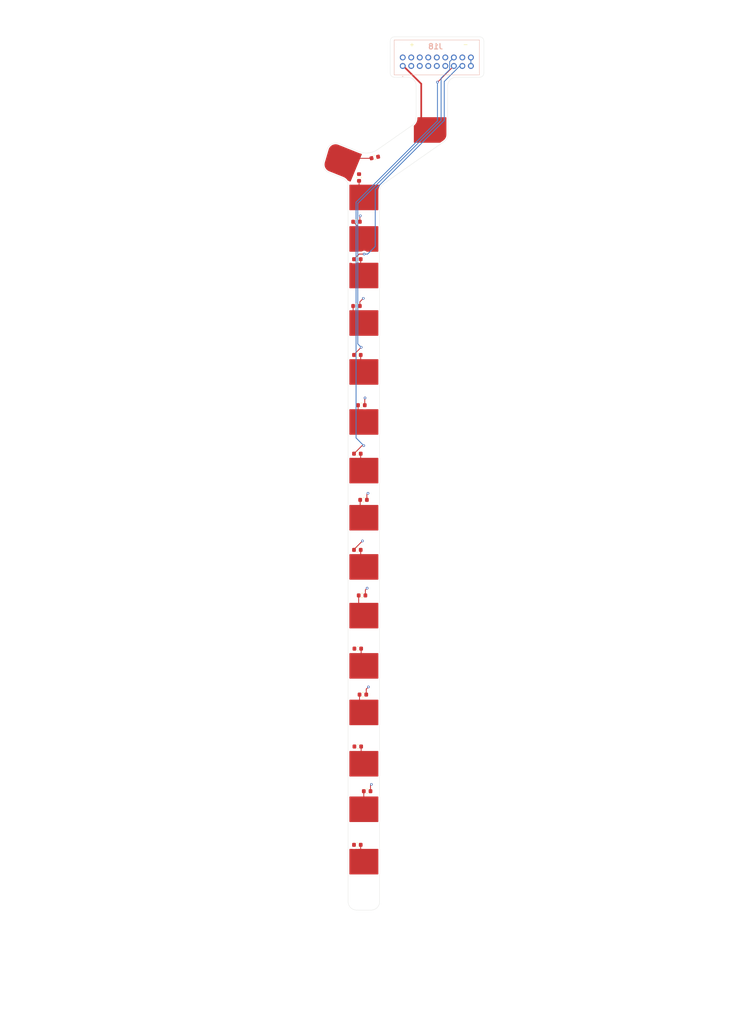
<source format=kicad_pcb>
(kicad_pcb
	(version 20240108)
	(generator "pcbnew")
	(generator_version "8.0")
	(general
		(thickness 1.6)
		(legacy_teardrops no)
	)
	(paper "A3")
	(layers
		(0 "F.Cu" signal)
		(1 "In1.Cu" signal)
		(2 "In2.Cu" signal)
		(31 "B.Cu" signal)
		(32 "B.Adhes" user "B.Adhesive")
		(33 "F.Adhes" user "F.Adhesive")
		(34 "B.Paste" user)
		(35 "F.Paste" user)
		(36 "B.SilkS" user "B.Silkscreen")
		(37 "F.SilkS" user "F.Silkscreen")
		(38 "B.Mask" user)
		(39 "F.Mask" user)
		(40 "Dwgs.User" user "User.Drawings")
		(41 "Cmts.User" user "User.Comments")
		(42 "Eco1.User" user "User.Eco1")
		(43 "Eco2.User" user "User.Eco2")
		(44 "Edge.Cuts" user)
		(45 "Margin" user)
		(46 "B.CrtYd" user "B.Courtyard")
		(47 "F.CrtYd" user "F.Courtyard")
		(48 "B.Fab" user)
		(49 "F.Fab" user)
		(50 "User.1" user)
		(51 "User.2" user)
		(52 "User.3" user)
		(53 "User.4" user)
		(54 "User.5" user)
		(55 "User.6" user)
		(56 "User.7" user)
		(57 "User.8" user)
		(58 "User.9" user)
	)
	(setup
		(stackup
			(layer "F.SilkS"
				(type "Top Silk Screen")
			)
			(layer "F.Paste"
				(type "Top Solder Paste")
			)
			(layer "F.Mask"
				(type "Top Solder Mask")
				(thickness 0.01)
			)
			(layer "F.Cu"
				(type "copper")
				(thickness 0.035)
			)
			(layer "dielectric 1"
				(type "prepreg")
				(thickness 0.1)
				(material "FR4")
				(epsilon_r 4.5)
				(loss_tangent 0.02)
			)
			(layer "In1.Cu"
				(type "copper")
				(thickness 0.035)
			)
			(layer "dielectric 2"
				(type "core")
				(thickness 1.24)
				(material "FR4")
				(epsilon_r 4.5)
				(loss_tangent 0.02)
			)
			(layer "In2.Cu"
				(type "copper")
				(thickness 0.035)
			)
			(layer "dielectric 3"
				(type "prepreg")
				(thickness 0.1)
				(material "FR4")
				(epsilon_r 4.5)
				(loss_tangent 0.02)
			)
			(layer "B.Cu"
				(type "copper")
				(thickness 0.035)
			)
			(layer "B.Mask"
				(type "Bottom Solder Mask")
				(thickness 0.01)
			)
			(layer "B.Paste"
				(type "Bottom Solder Paste")
			)
			(layer "B.SilkS"
				(type "Bottom Silk Screen")
			)
			(copper_finish "None")
			(dielectric_constraints no)
		)
		(pad_to_mask_clearance 0)
		(allow_soldermask_bridges_in_footprints no)
		(pcbplotparams
			(layerselection 0x00010fc_ffffffff)
			(plot_on_all_layers_selection 0x0000000_00000000)
			(disableapertmacros no)
			(usegerberextensions no)
			(usegerberattributes yes)
			(usegerberadvancedattributes yes)
			(creategerberjobfile yes)
			(dashed_line_dash_ratio 12.000000)
			(dashed_line_gap_ratio 3.000000)
			(svgprecision 4)
			(plotframeref no)
			(viasonmask no)
			(mode 1)
			(useauxorigin no)
			(hpglpennumber 1)
			(hpglpenspeed 20)
			(hpglpendiameter 15.000000)
			(pdf_front_fp_property_popups yes)
			(pdf_back_fp_property_popups yes)
			(dxfpolygonmode yes)
			(dxfimperialunits yes)
			(dxfusepcbnewfont yes)
			(psnegative no)
			(psa4output no)
			(plotreference yes)
			(plotvalue yes)
			(plotfptext yes)
			(plotinvisibletext no)
			(sketchpadsonfab no)
			(subtractmaskfromsilk no)
			(outputformat 1)
			(mirror no)
			(drillshape 0)
			(scaleselection 1)
			(outputdirectory "gerber/")
		)
	)
	(net 0 "")
	(net 1 "/V1")
	(net 2 "Net-(J18-Pin_3)")
	(net 3 "Net-(J18-Pin_4)")
	(net 4 "/V2")
	(net 5 "Net-(J18-Pin_5)")
	(net 6 "/V3")
	(net 7 "Net-(J18-Pin_6)")
	(net 8 "/V4")
	(net 9 "Net-(J18-Pin_7)")
	(net 10 "/V5")
	(net 11 "Net-(J18-Pin_8)")
	(net 12 "/V6")
	(net 13 "/V7")
	(net 14 "Net-(J18-Pin_9)")
	(net 15 "Net-(J18-Pin_10)")
	(net 16 "/V8")
	(net 17 "Net-(J18-Pin_11)")
	(net 18 "/V9")
	(net 19 "Net-(J18-Pin_12)")
	(net 20 "/V10")
	(net 21 "Net-(J18-Pin_13)")
	(net 22 "/V11")
	(net 23 "/V12")
	(net 24 "Net-(J18-Pin_14)")
	(net 25 "Net-(J18-Pin_15)")
	(net 26 "/V13")
	(net 27 "/V14")
	(net 28 "Net-(J18-Pin_16)")
	(net 29 "/V15")
	(net 30 "Net-(J18-Pin_2)")
	(net 31 "/V16")
	(net 32 "VBUS")
	(net 33 "GND")
	(footprint "Fuse:Fuse_0603_1608Metric" (layer "F.Cu") (at 199.75 148.65 180))
	(footprint "Fuse:Fuse_0603_1608Metric" (layer "F.Cu") (at 198.3 229.7))
	(footprint "Fuse:Fuse_0603_1608Metric" (layer "F.Cu") (at 198.1 103.1 180))
	(footprint "VTSENS:Baby_ST_Bond_Pad" (layer "F.Cu") (at 199.75 198.4 90))
	(footprint "VTSENS:Baby_ST_Bond_Pad" (layer "F.Cu") (at 199.75 87.15 90))
	(footprint "VTSENS:Baby_ST_Bond_Pad" (layer "F.Cu") (at 199.75 106.9 90))
	(footprint "Fuse:Fuse_0603_1608Metric" (layer "F.Cu") (at 198.7 72.9 -90))
	(footprint "VTSENS:Baby_ST_Bond_Pad" (layer "F.Cu") (at 199.75 221.65 -90))
	(footprint "VTSENS:Baby_ST_Bond_Pad" (layer "F.Cu") (at 199.95 95.742699 90))
	(footprint "VTSENS:Baby_ST_Bond_Pad" (layer "F.Cu") (at 199.776785 210.4 90))
	(footprint "Fuse:Fuse_0603_1608Metric" (layer "F.Cu") (at 199.4 171.1 180))
	(footprint "Fuse:Fuse_0603_1608Metric" (layer "F.Cu") (at 198.3 160.4))
	(footprint "Fuse:Fuse_0603_1608Metric" (layer "F.Cu") (at 198.1 83.3 180))
	(footprint "VTSENS:Baby_ST_Bond_Pad" (layer "F.Cu") (at 199.776785 187.457301 90))
	(footprint "VTSENS:Baby_ST_Bond_Pad" (layer "F.Cu") (at 215.8 61.8 90))
	(footprint "Fuse:Fuse_0603_1608Metric" (layer "F.Cu") (at 199.6 194.4 180))
	(footprint "VTSENS:Baby_ST_Bond_Pad" (layer "F.Cu") (at 194.5 69 -22.5))
	(footprint "Fuse:Fuse_0603_1608Metric" (layer "F.Cu") (at 198.4 183.6))
	(footprint "Fuse:Fuse_0603_1608Metric" (layer "F.Cu") (at 198.4 206.6))
	(footprint "Fuse:Fuse_0603_1608Metric" (layer "F.Cu") (at 198.3 92.1))
	(footprint "Fuse:Fuse_0603_1608Metric" (layer "F.Cu") (at 198.3 137.8))
	(footprint "VTSENS:Baby_ST_Bond_Pad" (layer "F.Cu") (at 199.75 141.4 90))
	(footprint "VTSENS:Baby_ST_Bond_Pad" (layer "F.Cu") (at 199.75 152.9 -90))
	(footprint "VTSENS:Baby_ST_Bond_Pad" (layer "F.Cu") (at 199.75 233.4 -90))
	(footprint "VTSENS:Baby_ST_Bond_Pad" (layer "F.Cu") (at 199.75 175.65 -90))
	(footprint "Fuse:Fuse_0603_1608Metric" (layer "F.Cu") (at 199.25 126.4 180))
	(footprint "Fuse:Fuse_0603_1608Metric" (layer "F.Cu") (at 202.4 68.2 -167.5))
	(footprint "VTSENS:Baby_ST_Bond_Pad" (layer "F.Cu") (at 199.75 118.4 90))
	(footprint "Fuse:Fuse_0603_1608Metric" (layer "F.Cu") (at 198.3 114.6))
	(footprint "VTSENS:Baby_ST_Bond_Pad" (layer "F.Cu") (at 199.776785 164.207301 90))
	(footprint "VTSENS:Baby_ST_Bond_Pad" (layer "F.Cu") (at 199.75 130.4 -90))
	(footprint "Fuse:Fuse_0603_1608Metric" (layer "F.Cu") (at 200.6 217.1 180))
	(footprint "VTSENS:Baby_ST_Bond_Pad" (layer "F.Cu") (at 200 77.9 90))
	(footprint "VTSENS:5016451820" (layer "B.Cu") (at 208.95 46.7))
	(gr_line
		(start 228.003406 40.859398)
		(end 228.003406 48.350243)
		(locked yes)
		(stroke
			(width 0.05)
			(type default)
		)
		(layer "Edge.Cuts")
		(uuid "0c3a8ab2-7e75-42d2-b164-ad685089c946")
	)
	(gr_arc
		(start 191.280846 66.23386)
		(mid 192.32697 64.998891)
		(end 193.944481 64.942474)
		(locked yes)
		(stroke
			(width 0.05)
			(type default)
		)
		(layer "Edge.Cuts")
		(uuid "10f9bb30-f390-4bca-87cc-c309a3b49011")
	)
	(gr_line
		(start 207.003406 39.850274)
		(end 227.003279 39.850274)
		(locked yes)
		(stroke
			(width 0.05)
			(type default)
		)
		(layer "Edge.Cuts")
		(uuid "16b4808f-509a-4301-b9f5-d6b5aa1d61bd")
	)
	(gr_arc
		(start 203.529941 76.076143)
		(mid 203.755923 75.152653)
		(end 204.382788 74.437844)
		(locked yes)
		(stroke
			(width 0.05)
			(type default)
		)
		(layer "Edge.Cuts")
		(uuid "1a0944c0-d98a-4bcf-9c0c-f97317397c2d")
	)
	(gr_line
		(start 198.639921 66.82723)
		(end 193.944477 64.942485)
		(locked yes)
		(stroke
			(width 0.05)
			(type default)
		)
		(layer "Edge.Cuts")
		(uuid "1a3faf27-3f01-4645-a6dd-df4dbe0e6b91")
	)
	(gr_line
		(start 203.529941 76.076143)
		(end 203.529941 243.035014)
		(locked yes)
		(stroke
			(width 0.05)
			(type default)
		)
		(layer "Edge.Cuts")
		(uuid "223ae23d-fed2-44a0-ac0c-59e9220eff32")
	)
	(gr_line
		(start 212.103406 58.956943)
		(end 212.103406 51.350274)
		(locked yes)
		(stroke
			(width 0.05)
			(type default)
		)
		(layer "Edge.Cuts")
		(uuid "225b2130-0a0c-4014-9028-17bac7829ad9")
	)
	(gr_arc
		(start 203.0802 66.316193)
		(mid 200.9248 67.134215)
		(end 198.639921 66.82723)
		(locked yes)
		(stroke
			(width 0.05)
			(type default)
		)
		(layer "Edge.Cuts")
		(uuid "22cbaac1-8499-4598-bb83-d24087f11cd3")
	)
	(gr_line
		(start 218.650559 64.447444)
		(end 204.382788 74.437844)
		(locked yes)
		(stroke
			(width 0.05)
			(type default)
		)
		(layer "Edge.Cuts")
		(uuid "35271b94-7235-4f02-b81a-99ade4f90566")
	)
	(gr_arc
		(start 207.003379 49.350274)
		(mid 206.296297 49.057377)
		(end 206.003406 48.350274)
		(locked yes)
		(stroke
			(width 0.05)
			(type default)
		)
		(layer "Edge.Cuts")
		(uuid "48b97b31-a070-473d-bbd4-38646e865acf")
	)
	(gr_arc
		(start 227.003379 39.850274)
		(mid 227.71051 40.143163)
		(end 228.003406 40.850274)
		(locked yes)
		(stroke
			(width 0.05)
			(type default)
		)
		(layer "Edge.Cuts")
		(uuid "505fa6dc-19bc-4da9-bb9d-917add817e2f")
	)
	(gr_line
		(start 206.003406 48.350274)
		(end 206.003406 40.850274)
		(locked yes)
		(stroke
			(width 0.05)
			(type default)
		)
		(layer "Edge.Cuts")
		(uuid "518d22fd-8d55-459e-a696-b21469a40ae0")
	)
	(gr_arc
		(start 228.003406 48.350274)
		(mid 227.710494 49.05738)
		(end 227.003379 49.35027)
		(locked yes)
		(stroke
			(width 0.05)
			(type default)
		)
		(layer "Edge.Cuts")
		(uuid "70907e19-7e8f-47a9-8543-f2ee9730fb06")
	)
	(gr_arc
		(start 212.103406 58.956943)
		(mid 211.87743 59.880443)
		(end 211.250559 60.595248)
		(locked yes)
		(stroke
			(width 0.05)
			(type default)
		)
		(layer "Edge.Cuts")
		(uuid "74d998d2-5d53-48e6-a766-531d71c1368c")
	)
	(gr_arc
		(start 219.503406 51.350274)
		(mid 220.089183 49.93605)
		(end 221.503406 49.350274)
		(locked yes)
		(stroke
			(width 0.05)
			(type default)
		)
		(layer "Edge.Cuts")
		(uuid "76bebf18-bf11-41ec-bd6b-1fbb3c660362")
	)
	(gr_arc
		(start 191.556678 71.70489)
		(mid 190.502041 70.721335)
		(end 190.383069 69.284155)
		(locked yes)
		(stroke
			(width 0.05)
			(type default)
		)
		(layer "Edge.Cuts")
		(uuid "8b2382ee-ef13-4846-9616-ff815fe4fde4")
	)
	(gr_line
		(start 190.383069 69.284155)
		(end 191.280846 66.23386)
		(locked yes)
		(stroke
			(width 0.05)
			(type default)
		)
		(layer "Edge.Cuts")
		(uuid "967219e8-c239-4be8-a9f8-460a8f35cb30")
	)
	(gr_arc
		(start 219.503406 62.809143)
		(mid 219.277423 63.732632)
		(end 218.650559 64.447444)
		(locked yes)
		(stroke
			(width 0.05)
			(type default)
		)
		(layer "Edge.Cuts")
		(uuid "a2689f82-1c28-4c33-acca-2016fcb18d11")
	)
	(gr_line
		(start 219.503406 51.350274)
		(end 219.503406 62.809143)
		(locked yes)
		(stroke
			(width 0.05)
			(type default)
		)
		(layer "Edge.Cuts")
		(uuid "a4def3db-73ee-456f-9051-0bacb1fb8633")
	)
	(gr_line
		(start 210.103406 49.350274)
		(end 207.003406 49.350274)
		(locked yes)
		(stroke
			(width 0.05)
			(type default)
		)
		(layer "Edge.Cuts")
		(uuid "a65305af-8693-4271-8ce8-a484020c652f")
	)
	(gr_arc
		(start 203.529941 243.035014)
		(mid 202.944163 244.449233)
		(end 201.529941 245.035014)
		(locked yes)
		(stroke
			(width 0.05)
			(type default)
		)
		(layer "Edge.Cuts")
		(uuid "ab997026-521e-488c-9464-752b8e6cfc9e")
	)
	(gr_arc
		(start 206.003406 40.850274)
		(mid 206.29629 40.143157)
		(end 207.003406 39.850274)
		(locked yes)
		(stroke
			(width 0.05)
			(type default)
		)
		(layer "Edge.Cuts")
		(uuid "b117e708-a685-44cf-95aa-5b20bae40410")
	)
	(gr_line
		(start 196.129941 243.035014)
		(end 196.129941 74.892876)
		(locked yes)
		(stroke
			(width 0.05)
			(type default)
		)
		(layer "Edge.Cuts")
		(uuid "bba9b52d-7d8b-4d2c-9928-143bb3bf5245")
	)
	(gr_line
		(start 194.874948 73.036814)
		(end 191.556678 71.70489)
		(locked yes)
		(stroke
			(width 0.05)
			(type default)
		)
		(layer "Edge.Cuts")
		(uuid "bc5095cd-ed6b-457e-a3ac-dc0b731f7ded")
	)
	(gr_line
		(start 201.529941 245.035014)
		(end 198.129941 245.035014)
		(locked yes)
		(stroke
			(width 0.05)
			(type default)
		)
		(layer "Edge.Cuts")
		(uuid "c3e75e2c-65d4-4506-b806-ebaeafaf6c7b")
	)
	(gr_line
		(start 203.0802 66.316193)
		(end 211.250559 60.595248)
		(locked yes)
		(stroke
			(width 0.05)
			(type default)
		)
		(layer "Edge.Cuts")
		(uuid "c45156c5-6320-4ba9-a81c-c33aeca85dab")
	)
	(gr_arc
		(start 210.103406 49.350274)
		(mid 211.517591 49.936072)
		(end 212.103406 51.350274)
		(locked yes)
		(stroke
			(width 0.05)
			(type default)
		)
		(layer "Edge.Cuts")
		(uuid "cc5c8947-a412-407a-8c8f-4f2108becc4c")
	)
	(gr_arc
		(start 198.129941 245.035014)
		(mid 196.715762 244.449212)
		(end 196.129941 243.035014)
		(locked yes)
		(stroke
			(width 0.05)
			(type default)
		)
		(layer "Edge.Cuts")
		(uuid "e1c1652e-91a1-47a9-a4e1-2228355719af")
	)
	(gr_line
		(start 221.503406 49.350274)
		(end 227.003379 49.35027)
		(locked yes)
		(stroke
			(width 0.05)
			(type default)
		)
		(layer "Edge.Cuts")
		(uuid "ea7611bf-e12f-4739-8b5c-83b090bcc95f")
	)
	(gr_arc
		(start 194.87495 73.036808)
		(mid 195.786756 73.772604)
		(end 196.129941 74.892876)
		(locked yes)
		(stroke
			(width 0.05)
			(type default)
		)
		(layer "Edge.Cuts")
		(uuid "f5ce9bba-46c6-4549-a5ce-3f68383457b0")
	)
	(gr_curve
		(pts
			(xy 252.531409 236.420838) (xy 252.531684 236.420257) (xy 252.531958 236.419677) (xy 252.532348 236.418325)
		)
		(locked yes)
		(stroke
			(width 0.1)
			(type default)
		)
		(layer "User.2")
		(uuid "00009bff-2b67-4a9f-9429-a1ab792ce7ca")
	)
	(gr_curve
		(pts
			(xy 264.23124 107.926942) (xy 264.244176 107.919503) (xy 264.26491 107.90758) (xy 264.26491 107.90758)
		)
		(locked yes)
		(stroke
			(width 0.1)
			(type default)
		)
		(layer "User.2")
		(uuid "00019bae-e99a-40e3-83f7-926cd4924a0e")
	)
	(gr_line
		(start 246.099016 98.956728)
		(end 246.111058 99.0096)
		(locked yes)
		(stroke
			(width 0.1)
			(type default)
		)
		(layer "User.2")
		(uuid "0003e7b8-c2f7-4379-a378-3535ed705648")
	)
	(gr_curve
		(pts
			(xy 186.039369 110.618633) (xy 186.048583 110.624369) (xy 186.058502 110.628522) (xy 186.068569 110.630858)
		)
		(locked yes)
		(stroke
			(width 0.1)
			(type default)
		)
		(layer "User.2")
		(uuid "00047705-ff1a-479b-8b9a-150e55dd1d89")
	)
	(gr_line
		(start 148.927855 169.780551)
		(end 148.927856 169.780552)
		(locked yes)
		(stroke
			(width 0.1)
			(type default)
		)
		(layer "User.2")
		(uuid "000641b3-3751-454e-be0d-e664fa02e4d5")
	)
	(gr_line
		(start 272.461592 201.93287)
		(end 272.551793 201.985153)
		(locked yes)
		(stroke
			(width 0.1)
			(type default)
		)
		(layer "User.2")
		(uuid "000766f6-9531-4c40-8358-87e8ea4ae622")
	)
	(gr_curve
		(pts
			(xy 166.380842 91.789329) (xy 166.397173 91.83418) (xy 166.437417 91.870326) (xy 166.491845 91.885655)
		)
		(locked yes)
		(stroke
			(width 0.1)
			(type default)
		)
		(layer "User.2")
		(uuid "00077717-591f-4dd1-9759-cac2b89a8fd5")
	)
	(gr_curve
		(pts
			(xy 147.067673 79.763351) (xy 147.060454 79.724734) (xy 147.05213 79.683419) (xy 147.042616 79.639016)
		)
		(locked yes)
		(stroke
			(width 0.1)
			(type default)
		)
		(layer "User.2")
		(uuid "00092ce9-59f9-4671-83b5-87e828cb2ded")
	)
	(gr_curve
		(pts
			(xy 195.113094 107.916891) (xy 195.104087 107.912809) (xy 195.09508 107.908726) (xy 195.084443 107.903915)
		)
		(locked yes)
		(stroke
			(width 0.1)
			(type default)
		)
		(layer "User.2")
		(uuid "000ce51e-9afd-4470-8a3b-3388eed75118")
	)
	(gr_curve
		(pts
			(xy 172.132564 140.915226) (xy 172.112779 140.871696) (xy 172.092488 140.824597) (xy 172.072753 140.776294)
		)
		(locked yes)
		(stroke
			(width 0.1)
			(type default)
		)
		(layer "User.2")
		(uuid "000daad1-354b-4a01-81ec-4050b799c77d")
	)
	(gr_line
		(start 166.899867 98.824783)
		(end 166.899778 98.824569)
		(locked yes)
		(stroke
			(width 0.1)
			(type default)
		)
		(layer "User.2")
		(uuid "001073e5-de51-46b3-9767-0d47ec2bbeae")
	)
	(gr_curve
		(pts
			(xy 188.533138 124.103335) (xy 188.5294 124.112468) (xy 188.52748 124.122148) (xy 188.527484 124.13183)
		)
		(locked yes)
		(stroke
			(width 0.1)
			(type default)
		)
		(layer "User.2")
		(uuid "0010a4c4-862d-42a8-adab-558e1209c8c4")
	)
	(gr_curve
		(pts
			(xy 234.421956 107.843007) (xy 234.438621 107.829452) (xy 234.455227 107.815739) (xy 234.470819 107.801661)
		)
		(locked yes)
		(stroke
			(width 0.1)
			(type default)
		)
		(layer "User.2")
		(uuid "001115d4-3e9c-4bf3-95c1-756a7dfbcc98")
	)
	(gr_curve
		(pts
			(xy 132.108097 67.2425) (xy 132.10936 67.230863) (xy 132.110523 67.219881) (xy 132.111581 67.209626)
		)
		(locked yes)
		(stroke
			(width 0.1)
			(type default)
		)
		(layer "User.2")
		(uuid "00112601-d4f1-4ed7-923b-680ab7214d21")
	)
	(gr_curve
		(pts
			(xy 163.484948 148.650409) (xy 163.899419 149.789159) (xy 163.899419 149.789159) (xy 163.899419 149.789159)
		)
		(locked yes)
		(stroke
			(width 0.1)
			(type default)
		)
		(layer "User.2")
		(uuid "0011bb6b-13fb-4362-adb4-90a55ab0a909")
	)
	(gr_curve
		(pts
			(xy 145.531664 165.209673) (xy 145.592572 165.377016) (xy 145.65348 165.544359) (xy 145.714387 165.711702)
		)
		(locked yes)
		(stroke
			(width 0.1)
			(type default)
		)
		(layer "User.2")
		(uuid "00121ed2-7c9d-4fc0-9cbb-42b0f6e4d54c")
	)
	(gr_curve
		(pts
			(xy 173.652756 98.862929) (xy 173.642607 98.860792) (xy 173.632125 98.860248) (xy 173.62181 98.861322)
		)
		(locked yes)
		(stroke
			(width 0.1)
			(type default)
		)
		(layer "User.2")
		(uuid "0012b10f-6d36-4aed-a691-02d1701c9f73")
	)
	(gr_curve
		(pts
			(xy 193.229714 201.937092) (xy 193.230915 201.931682) (xy 193.232245 201.925851) (xy 193.233576 201.920021)
		)
		(locked yes)
		(stroke
			(width 0.1)
			(type default)
		)
		(layer "User.2")
		(uuid "00176287-7a4e-4177-9d80-8adb91d4a8b9")
	)
	(gr_curve
		(pts
			(xy 246.006998 121.796697) (xy 246.016005 121.777599) (xy 246.024522 121.757649) (xy 246.033037 121.737695)
		)
		(locked yes)
		(stroke
			(width 0.1)
			(type default)
		)
		(layer "User.2")
		(uuid "00198822-4a01-47ed-b58c-167091eb6658")
	)
	(gr_curve
		(pts
			(xy 168.676323 181.264237) (xy 168.675886 181.342897) (xy 168.67545 181.421557) (xy 168.674993 181.500359)
		)
		(locked yes)
		(stroke
			(width 0.1)
			(type default)
		)
		(layer "User.2")
		(uuid "001b8e2b-c086-4d49-bd88-4ea980998d7f")
	)
	(gr_curve
		(pts
			(xy 208.33355 90.429797) (xy 208.327098 90.438537) (xy 208.319102 90.446309) (xy 208.310174 90.452518)
		)
		(locked yes)
		(stroke
			(width 0.1)
			(type default)
		)
		(layer "User.2")
		(uuid "001d20e6-19a7-4592-8b6b-dc795dfbd635")
	)
	(gr_curve
		(pts
			(xy 184.647685 85.141502) (xy 184.641618 85.149285) (xy 184.636931 85.15837) (xy 184.633887 85.168245)
		)
		(locked yes)
		(stroke
			(width 0.1)
			(type default)
		)
		(layer "User.2")
		(uuid "001d2de4-4380-44d1-8b79-6078c9ca10b2")
	)
	(gr_curve
		(pts
			(xy 128.979548 204.589908) (xy 128.97268 204.597396) (xy 128.967282 204.605855) (xy 128.963649 204.614823)
		)
		(locked yes)
		(stroke
			(width 0.1)
			(type default)
		)
		(layer "User.2")
		(uuid "001db3bf-6415-47a9-9a90-221944a55c89")
	)
	(gr_circle
		(center 199.829889 56.700274)
		(end 202.979889 56.700274)
		(locked yes)
		(stroke
			(width 0.1)
			(type default)
		)
		(fill none)
		(layer "User.2")
		(uuid "001dcb3f-ef2b-4990-8509-75bcb2ed1932")
	)
	(gr_line
		(start 144.692349 176.897313)
		(end 144.584631 176.959259)
		(locked yes)
		(stroke
			(width 0.1)
			(type default)
		)
		(layer "User.2")
		(uuid "001e69ad-2616-4114-be7f-556f50773681")
	)
	(gr_curve
		(pts
			(xy 133.988723 70.906102) (xy 134.022681 70.877608) (xy 134.059217 70.846951) (xy 134.097414 70.8149)
		)
		(locked yes)
		(stroke
			(width 0.1)
			(type default)
		)
		(layer "User.2")
		(uuid "001f3030-a910-47e2-8664-dbaef9a1328a")
	)
	(gr_curve
		(pts
			(xy 191.453259 170.522665) (xy 191.450065 170.512736) (xy 191.448437 170.502305) (xy 191.448455 170.491875)
		)
		(locked yes)
		(stroke
			(width 0.1)
			(type default)
		)
		(layer "User.2")
		(uuid "001ff002-97c2-4106-847e-92e9b8a6e0b3")
	)
	(gr_curve
		(pts
			(xy 228.165453 147.251738) (xy 228.165015 147.327229) (xy 228.164559 147.402851) (xy 228.164103 147.478474)
		)
		(locked yes)
		(stroke
			(width 0.1)
			(type default)
		)
		(layer "User.2")
		(uuid "0021e2c9-bfec-4549-bad1-f3a8620e2420")
	)
	(gr_curve
		(pts
			(xy 231.146097 124.869339) (xy 231.126715 124.872805) (xy 231.106836 124.878137) (xy 231.086755 124.88455)
		)
		(locked yes)
		(stroke
			(width 0.1)
			(type default)
		)
		(layer "User.2")
		(uuid "00234422-ab28-4639-ba6d-133e51f8c022")
	)
	(gr_curve
		(pts
			(xy 211.081807 204.699432) (xy 211.081609 204.623809) (xy 211.081411 204.548186) (xy 211.081231 204.472693)
		)
		(locked yes)
		(stroke
			(width 0.1)
			(type default)
		)
		(layer "User.2")
		(uuid "00239c1a-f5f7-4a3b-80c2-554212ee4105")
	)
	(gr_line
		(start 252.531352 236.420889)
		(end 252.531409 236.420838)
		(locked yes)
		(stroke
			(width 0.1)
			(type default)
		)
		(layer "User.2")
		(uuid "00241cba-0713-418c-89ee-b344b8b57188")
	)
	(gr_curve
		(pts
			(xy 273.962735 222.351882) (xy 273.958484 222.342375) (xy 273.955723 222.332209) (xy 273.954582 222.321871)
		)
		(locked yes)
		(stroke
			(width 0.1)
			(type default)
		)
		(layer "User.2")
		(uuid "0027423e-7fa2-4330-9695-6e74fc5f17d6")
	)
	(gr_curve
		(pts
			(xy 191.310448 238.582943) (xy 191.303418 238.575369) (xy 191.294884 238.568827) (xy 191.285326 238.563683)
		)
		(locked yes)
		(stroke
			(width 0.1)
			(type default)
		)
		(layer "User.2")
		(uuid "002a9036-1f17-480b-9dd5-6b2035689de1")
	)
	(gr_curve
		(pts
			(xy 125.397557 128.444366) (xy 125.251483 128.043031) (xy 125.105409 127.641696) (xy 124.959335 127.240361)
		)
		(locked yes)
		(stroke
			(width 0.1)
			(type default)
		)
		(layer "User.2")
		(uuid "002c6d28-a550-40b6-9a3e-f577febc5898")
	)
	(gr_curve
		(pts
			(xy 128.919107 227.542698) (xy 128.91937 227.388218) (xy 128.919633 227.234133) (xy 128.919895 227.080352)
		)
		(locked yes)
		(stroke
			(width 0.1)
			(type default)
		)
		(layer "User.2")
		(uuid "002c8522-975c-4fa8-aff7-05d7aae33a51")
	)
	(gr_curve
		(pts
			(xy 250.932847 113.401785) (xy 250.926752 113.393321) (xy 250.921993 113.383897) (xy 250.918799 113.373968)
		)
		(locked yes)
		(stroke
			(width 0.1)
			(type default)
		)
		(layer "User.2")
		(uuid "002d29ee-0dd2-4602-a730-c39d8371ec02")
	)
	(gr_curve
		(pts
			(xy 148.605111 103.491996) (xy 148.52921 103.283462) (xy 148.45331 103.074928) (xy 148.37741 102.866395)
		)
		(locked yes)
		(stroke
			(width 0.1)
			(type default)
		)
		(layer "User.2")
		(uuid "002d88e7-2ea7-4e7c-923e-b9ee16a864e0")
	)
	(gr_curve
		(pts
			(xy 186.053045 171.039083) (xy 185.996862 171.024389) (xy 185.95661 170.988231) (xy 185.940284 170.943365)
		)
		(locked yes)
		(stroke
			(width 0.1)
			(type default)
		)
		(layer "User.2")
		(uuid "002f5722-df39-48ba-8448-fb9eb9a0dce3")
	)
	(gr_curve
		(pts
			(xy 173.520286 190.399436) (xy 173.52635 190.388973) (xy 173.532913 190.377651) (xy 173.539477 190.366326)
		)
		(locked yes)
		(stroke
			(width 0.1)
			(type default)
		)
		(layer "User.2")
		(uuid "002fcb64-09d2-460a-aac2-b6f09a8020d8")
	)
	(gr_circle
		(center 249.409843 118.050274)
		(end 259.909843 118.050274)
		(locked yes)
		(stroke
			(width 0.1)
			(type default)
		)
		(fill none)
		(layer "User.2")
		(uuid "00369d7f-0bd1-48fa-b358-c4e862161357")
	)
	(gr_line
		(start 224.798757 84.806444)
		(end 224.798773 84.80652)
		(locked yes)
		(stroke
			(width 0.1)
			(type default)
		)
		(layer "User.2")
		(uuid "00379668-1d43-4c72-bf1c-692c9375564c")
	)
	(gr_curve
		(pts
			(xy 168.711845 161.757944) (xy 168.75498 161.742244) (xy 168.778899 161.733538) (xy 168.778905 161.733536)
		)
		(locked yes)
		(stroke
			(width 0.1)
			(type default)
		)
		(layer "User.2")
		(uuid "003b2a46-32ec-47ed-ac1b-10ba68005289")
	)
	(gr_curve
		(pts
			(xy 148.544783 81.383831) (xy 148.546245 81.383504) (xy 148.572269 81.376518) (xy 148.617578 81.364281)
		)
		(locked yes)
		(stroke
			(width 0.1)
			(type default)
		)
		(layer "User.2")
		(uuid "003b614f-72b6-4358-a416-b7778f8b13e2")
	)
	(gr_curve
		(pts
			(xy 225.970693 202.059923) (xy 225.836778 202.136935) (xy 225.703205 202.21375) (xy 225.569895 202.290414)
		)
		(locked yes)
		(stroke
			(width 0.1)
			(type default)
		)
		(layer "User.2")
		(uuid "003dc29d-f15f-49cc-adb5-a124c4661299")
	)
	(gr_curve
		(pts
			(xy 247.820255 226.970472) (xy 247.819059 226.993217) (xy 247.817937 227.015953) (xy 247.816708 227.037962)
		)
		(locked yes)
		(stroke
			(width 0.1)
			(type default)
		)
		(layer "User.2")
		(uuid "00402e2c-3a67-40bb-bfad-8c798adef18b")
	)
	(gr_curve
		(pts
			(xy 274.188842 84.922071) (xy 274.187702 84.911733) (xy 274.188183 84.901227) (xy 274.190259 84.891061)
		)
		(locked yes)
		(stroke
			(width 0.1)
			(type default)
		)
		(layer "User.2")
		(uuid "0040a87e-309a-4000-b684-9516b084b86b")
	)
	(gr_curve
		(pts
			(xy 194.949914 107.687005) (xy 194.948774 107.676668) (xy 194.949254 107.666162) (xy 194.95133 107.655995)
		)
		(locked yes)
		(stroke
			(width 0.1)
			(type default)
		)
		(layer "User.2")
		(uuid "00426dde-375d-43b8-99d8-a6ea389d29e6")
	)
	(gr_curve
		(pts
			(xy 124.907386 211.037391) (xy 124.980898 210.995116) (xy 125.022968 210.970923) (xy 125.022968 210.970923)
		)
		(locked yes)
		(stroke
			(width 0.1)
			(type default)
		)
		(layer "User.2")
		(uuid "004366d3-482e-4d89-9c1a-22c90f92d353")
	)
	(gr_curve
		(pts
			(xy 215.327722 73.743794) (xy 215.321682 73.73599) (xy 215.314259 73.729487) (xy 215.305872 73.72465)
		)
		(locked yes)
		(stroke
			(width 0.1)
			(type default)
		)
		(layer "User.2")
		(uuid "00454525-b814-4168-8785-de358557c22d")
	)
	(gr_curve
		(pts
			(xy 165.283307 141.968633) (xy 165.286429 141.971466) (xy 165.289912 141.974619) (xy 165.293645 141.978041)
		)
		(locked yes)
		(stroke
			(width 0.1)
			(type default)
		)
		(layer "User.2")
		(uuid "0047721b-f0d6-4a5f-8d5c-e867ef861306")
	)
	(gr_line
		(start 208.050412 227.865093)
		(end 208.050278 227.865166)
		(locked yes)
		(stroke
			(width 0.1)
			(type default)
		)
		(layer "User.2")
		(uuid "00492e51-1e68-4b4e-b28c-ba102b77c1f4")
	)
	(gr_curve
		(pts
			(xy 267.550729 216.480913) (xy 267.550721 216.480922) (xy 267.550714 216.480932) (xy 267.550707 216.480942)
		)
		(locked yes)
		(stroke
			(width 0.1)
			(type default)
		)
		(layer "User.2")
		(uuid "004c1ffa-0644-483a-ad9f-9bd4a94507b9")
	)
	(gr_curve
		(pts
			(xy 151.906551 147.583258) (xy 151.912638 147.591654) (xy 151.920042 147.599094) (xy 151.928408 147.605222)
		)
		(locked yes)
		(stroke
			(width 0.1)
			(type default)
		)
		(layer "User.2")
		(uuid "004dffca-f117-4506-8ed1-16ac4821a982")
	)
	(gr_curve
		(pts
			(xy 188.566753 101.100092) (xy 188.566778 101.085393) (xy 188.566804 101.070347) (xy 188.566804 101.070347)
		)
		(locked yes)
		(stroke
			(width 0.1)
			(type default)
		)
		(layer "User.2")
		(uuid "00511cc0-12b1-49ac-9f93-6d99efa60355")
	)
	(gr_arc
		(start 247.859299 204.070507)
		(mid 249.259586 203.903758)
		(end 250.659294 204.07528)
		(locked yes)
		(stroke
			(width 0.1)
			(type default)
		)
		(layer "User.2")
		(uuid "005267c0-4a1e-4c95-9e7a-323f6146a4a9")
	)
	(gr_curve
		(pts
			(xy 214.414308 210.859045) (xy 214.430973 210.84549) (xy 214.447579 210.831777) (xy 214.463171 210.817699)
		)
		(locked yes)
		(stroke
			(width 0.1)
			(type default)
		)
		(layer "User.2")
		(uuid "0053cda4-9b69-4402-a5c9-188eae272d5b")
	)
	(gr_curve
		(pts
			(xy 208.202577 181.849888) (xy 208.198944 181.858856) (xy 208.197078 181.868331) (xy 208.19708 181.877796)
		)
		(locked yes)
		(stroke
			(width 0.1)
			(type default)
		)
		(layer "User.2")
		(uuid "00557eac-7951-484f-bf1c-85b295c243ca")
	)
	(gr_curve
		(pts
			(xy 204.940662 96.283553) (xy 204.944889 96.274083) (xy 204.94763 96.263951) (xy 204.948755 96.253642)
		)
		(locked yes)
		(stroke
			(width 0.1)
			(type default)
		)
		(layer "User.2")
		(uuid "00569870-3a96-4d05-ae47-f709fcb427bc")
	)
	(gr_line
		(start 214.550618 210.800379)
		(end 214.550362 210.80057)
		(locked yes)
		(stroke
			(width 0.1)
			(type default)
		)
		(layer "User.2")
		(uuid "00574acb-c5ac-4aff-a025-22afc93f111e")
	)
	(gr_line
		(start 253.741825 83.700274)
		(end 284.741825 83.700274)
		(locked yes)
		(stroke
			(width 0.1)
			(type default)
		)
		(layer "User.2")
		(uuid "0057c207-d1f0-477e-8f93-9f28d49dcedc")
	)
	(gr_line
		(start 205.801955 99.180702)
		(end 205.801956 99.180702)
		(locked yes)
		(stroke
			(width 0.1)
			(type default)
		)
		(layer "User.2")
		(uuid "0058b1e3-db7b-48b6-a5d8-a59de9dcfbe6")
	)
	(gr_curve
		(pts
			(xy 172.13269 118.015551) (xy 172.112876 117.971964) (xy 172.092559 117.92481) (xy 172.072801 117.876453)
		)
		(locked yes)
		(stroke
			(width 0.1)
			(type default)
		)
		(layer "User.2")
		(uuid "005b8b33-ba7a-41ab-8739-c37045f55f81")
	)
	(gr_curve
		(pts
			(xy 253.321524 190.954377) (xy 253.248157 190.911852) (xy 253.20617 190.887515) (xy 253.20617 190.887515)
		)
		(locked yes)
		(stroke
			(width 0.1)
			(type default)
		)
		(layer "User.2")
		(uuid "005d573a-2c30-49ec-8b40-888669460f97")
	)
	(gr_line
		(start 184.917053 222.245248)
		(end 184.917051 222.245245)
		(locked yes)
		(stroke
			(width 0.1)
			(type default)
		)
		(layer "User.2")
		(uuid "005fd8b8-d910-4702-b3d7-7d1bfad7727a")
	)
	(gr_curve
		(pts
			(xy 213.253175 190.517903) (xy 213.262621 190.524815) (xy 213.271551 190.531313) (xy 213.279903 190.537357)
		)
		(locked yes)
		(stroke
			(width 0.1)
			(type default)
		)
		(layer "User.2")
		(uuid "00648426-eb84-45b2-b71d-23f9473f1609")
	)
	(gr_line
		(start 168.776755 135.111309)
		(end 168.776544 135.235575)
		(locked yes)
		(stroke
			(width 0.1)
			(type default)
		)
		(layer "User.2")
		(uuid "0064884d-ebb0-4084-b7e9-4e4064ef2842")
	)
	(gr_curve
		(pts
			(xy 122.21501 147.944811) (xy 122.229764 147.985345) (xy 122.24553 148.028661) (xy 122.261944 148.073758)
		)
		(locked yes)
		(stroke
			(width 0.1)
			(type default)
		)
		(layer "User.2")
		(uuid "0064cd93-de48-466b-8306-acca51ecb7ab")
	)
	(gr_curve
		(pts
			(xy 193.185479 224.860783) (xy 193.186129 224.857907) (xy 193.18687 224.854512) (xy 193.187692 224.850716)
		)
		(locked yes)
		(stroke
			(width 0.1)
			(type default)
		)
		(layer "User.2")
		(uuid "006864ac-7907-4ea9-9af8-e359fa3cc453")
	)
	(gr_line
		(start 141.616755 62.179118)
		(end 142.116755 61.759556)
		(locked yes)
		(stroke
			(width 0.1)
			(type default)
		)
		(layer "User.2")
		(uuid "00698232-5fb3-4c10-b56f-2ada8caf608e")
	)
	(gr_arc
		(start 225.5363 156.464432)
		(mid 224.6703 155.322376)
		(end 224.118758 153.99948)
		(locked yes)
		(stroke
			(width 0.1)
			(type default)
		)
		(layer "User.2")
		(uuid "006a7ee2-6ac7-415a-be38-113601beb1c9")
	)
	(gr_curve
		(pts
			(xy 144.609829 162.676951) (xy 144.609835 162.676949) (xy 144.633754 162.668243) (xy 144.676889 162.652543)
		)
		(locked yes)
		(stroke
			(width 0.1)
			(type default)
		)
		(layer "User.2")
		(uuid "006e988a-bda2-430d-8afb-8b40213bbabe")
	)
	(gr_curve
		(pts
			(xy 204.339982 142.406054) (xy 204.473293 142.32939) (xy 204.606865 142.252576) (xy 204.74078 142.175564)
		)
		(locked yes)
		(stroke
			(width 0.1)
			(type default)
		)
		(layer "User.2")
		(uuid "006f1979-fe5b-41a6-ae6c-0c2fed931ea3")
	)
	(gr_curve
		(pts
			(xy 267.539098 239.337988) (xy 267.544082 239.345112) (xy 267.551352 239.354026) (xy 267.560384 239.364176)
		)
		(locked yes)
		(stroke
			(width 0.1)
			(type default)
		)
		(layer "User.2")
		(uuid "006fabc8-d18b-4676-b07d-ecfbf5238b06")
	)
	(gr_arc
		(start 234.17328 53.665466)
		(mid 234.905578 52.711749)
		(end 236.052393 52.350295)
		(locked yes)
		(stroke
			(width 0.1)
			(type default)
		)
		(layer "User.2")
		(uuid "0071d826-1f0e-464c-8d5d-356452f15e5c")
	)
	(gr_line
		(start 206.316753 144.729955)
		(end 206.402124 144.723274)
		(locked yes)
		(stroke
			(width 0.1)
			(type default)
		)
		(layer "User.2")
		(uuid "0071e877-0439-4e85-8aea-148e9ba21c96")
	)
	(gr_curve
		(pts
			(xy 194.866467 245.227558) (xy 194.860517 245.219928) (xy 194.853245 245.213574) (xy 194.845047 245.208843)
		)
		(locked yes)
		(stroke
			(width 0.1)
			(type default)
		)
		(layer "User.2")
		(uuid "0071ebb2-d707-462f-bed6-f3c6d67c9b7c")
	)
	(gr_curve
		(pts
			(xy 264.117952 153.771702) (xy 264.114868 153.781384) (xy 264.113359 153.791855) (xy 264.113507 153.802543)
		)
		(locked yes)
		(stroke
			(width 0.1)
			(type default)
		)
		(layer "User.2")
		(uuid "00730f46-4feb-47bf-a18b-6cc13cb38d91")
	)
	(gr_line
		(start 189.157113 153.369504)
		(end 189.244877 153.610633)
		(locked yes)
		(stroke
			(width 0.1)
			(type default)
		)
		(layer "User.2")
		(uuid "0073abbc-5df5-4f28-a8a2-bf4991fc6a7e")
	)
	(gr_curve
		(pts
			(xy 254.950091 188.502124) (xy 254.956159 188.491649) (xy 254.961728 188.482043) (xy 254.966374 188.474034)
		)
		(locked yes)
		(stroke
			(width 0.1)
			(type default)
		)
		(layer "User.2")
		(uuid "0074b6cf-8bc2-44ad-a867-a170317101b1")
	)
	(gr_arc
		(start 228.032744 238.386753)
		(mid 229.43303 238.220022)
		(end 230.83274 238.391527)
		(locked yes)
		(stroke
			(width 0.1)
			(type default)
		)
		(layer "User.2")
		(uuid "0075acdf-ad5e-4782-81eb-0ca9665b41a2")
	)
	(gr_curve
		(pts
			(xy 144.890515 121.160159) (xy 144.953452 121.333076) (xy 145.016389 121.505993) (xy 145.079326 121.67891)
		)
		(locked yes)
		(stroke
			(width 0.1)
			(type default)
		)
		(layer "User.2")
		(uuid "00763c2a-4bec-427f-9f0f-c803a1d4bde3")
	)
	(gr_curve
		(pts
			(xy 127.013268 88.545399) (xy 127.160882 88.950964) (xy 127.308496 89.356529) (xy 127.456109 89.762095)
		)
		(locked yes)
		(stroke
			(width 0.1)
			(type default)
		)
		(layer "User.2")
		(uuid "007c79bd-3158-4a63-a548-ba65ec4df34b")
	)
	(gr_arc
		(start 214.805783 118.124142)
		(mid 214.77879 118.634522)
		(end 214.69984 119.139482)
		(locked yes)
		(stroke
			(width 0.1)
			(type default)
		)
		(layer "User.2")
		(uuid "00826d6d-b6f1-4034-86cf-f124020f3ce4")
	)
	(gr_arc
		(start 149.463742 238.352633)
		(mid 150.565462 238.311848)
		(end 151.654208 238.485301)
		(locked yes)
		(stroke
			(width 0.1)
			(type default)
		)
		(layer "User.2")
		(uuid "008513f9-4611-4824-a116-ec235d00ad38")
	)
	(gr_curve
		(pts
			(xy 272.684298 110.477695) (xy 272.687908 110.485568) (xy 272.691132 110.490654) (xy 272.69404 110.492767)
		)
		(locked yes)
		(stroke
			(width 0.1)
			(type default)
		)
		(layer "User.2")
		(uuid "0086ab2b-37d3-4614-aaa0-04253d1d55b8")
	)
	(gr_line
		(start 127.037993 236.034981)
		(end 127.037992 236.034981)
		(locked yes)
		(stroke
			(width 0.1)
			(type default)
		)
		(layer "User.2")
		(uuid "0087fc8b-43d6-499e-8a5d-534f837a33dd")
	)
	(gr_curve
		(pts
			(xy 225.884933 224.88949) (xy 225.900874 224.877914) (xy 225.918074 224.865297) (xy 225.936105 224.85205)
		)
		(locked yes)
		(stroke
			(width 0.1)
			(type default)
		)
		(layer "User.2")
		(uuid "008a327e-67e8-4d68-bcee-3e3ee13ddcdc")
	)
	(gr_curve
		(pts
			(xy 250.78991 158.515018) (xy 250.780352 158.509874) (xy 250.769775 158.506131) (xy 250.758774 158.503999)
		)
		(locked yes)
		(stroke
			(width 0.1)
			(type default)
		)
		(layer "User.2")
		(uuid "008e6011-f095-4e09-8337-7d52628f24a6")
	)
	(gr_arc
		(start 153.583056 224.802119)
		(mid 150.253579 226.064213)
		(end 146.928445 224.790682)
		(locked yes)
		(stroke
			(width 0.1)
			(type default)
		)
		(layer "User.2")
		(uuid "008f69b1-e231-40fc-a41c-1b5215f98cf2")
	)
	(gr_curve
		(pts
			(xy 245.967955 144.696664) (xy 245.976962 144.677566) (xy 245.985479 144.657616) (xy 245.993993 144.637662)
		)
		(locked yes)
		(stroke
			(width 0.1)
			(type default)
		)
		(layer "User.2")
		(uuid "009179fe-f92e-4a93-81ad-599a3a10a89c")
	)
	(gr_line
		(start 232.833518 201.987537)
		(end 232.83352 201.987528)
		(locked yes)
		(stroke
			(width 0.1)
			(type default)
		)
		(layer "User.2")
		(uuid "0092053e-0dda-4431-944c-43da42c4bf59")
	)
	(gr_curve
		(pts
			(xy 272.449413 224.979483) (xy 272.466865 224.979514) (xy 272.484287 224.984214) (xy 272.499386 224.992965)
		)
		(locked yes)
		(stroke
			(width 0.1)
			(type default)
		)
		(layer "User.2")
		(uuid "00966453-8635-45d7-8e03-aae6acda7ba6")
	)
	(gr_curve
		(pts
			(xy 145.531664 119.409673) (xy 145.592572 119.577016) (xy 145.65348 119.744359) (xy 145.714387 119.911702)
		)
		(locked yes)
		(stroke
			(width 0.1)
			(type default)
		)
		(layer "User.2")
		(uuid "0096a0e9-16f4-4805-90a7-68ab9e18e20b")
	)
	(gr_curve
		(pts
			(xy 163.484948 102.850409) (xy 163.899419 103.989159) (xy 163.899419 103.989159) (xy 163.899419 103.989159)
		)
		(locked yes)
		(stroke
			(width 0.1)
			(type default)
		)
		(layer "User.2")
		(uuid "00970e4f-3a6c-403d-afe1-680bb8e2acb4")
	)
	(gr_curve
		(pts
			(xy 141.821396 227.227823) (xy 141.83781 227.27292) (xy 141.854873 227.319799) (xy 141.872166 227.367311)
		)
		(locked yes)
		(stroke
			(width 0.1)
			(type default)
		)
		(layer "User.2")
		(uuid "00988473-e330-4f99-9901-16874fec99a4")
	)
	(gr_curve
		(pts
			(xy 267.726892 147.847129) (xy 267.706905 147.840666) (xy 267.687111 147.835272) (xy 267.667804 147.831726)
		)
		(locked yes)
		(stroke
			(width 0.1)
			(type default)
		)
		(layer "User.2")
		(uuid "0098db86-e64a-45cf-9178-f2a9c1e445ed")
	)
	(gr_arc
		(start 153.622042 201.902204)
		(mid 153.653013 201.883455)
		(end 153.688628 201.876963)
		(locked yes)
		(stroke
			(width 0.1)
			(type default)
		)
		(layer "User.2")
		(uuid "00998481-0d84-42f1-bdf4-09b170f1d189")
	)
	(gr_curve
		(pts
			(xy 132.079059 95.326665) (xy 132.116652 95.409156) (xy 132.153735 95.482765) (xy 132.190978 95.549089)
		)
		(locked yes)
		(stroke
			(width 0.1)
			(type default)
		)
		(layer "User.2")
		(uuid "0099a84c-7909-4c0b-ba16-4fa55c2e127d")
	)
	(gr_curve
		(pts
			(xy 181.421396 158.527823) (xy 181.43781 158.57292) (xy 181.454873 158.619799) (xy 181.472166 158.667311)
		)
		(locked yes)
		(stroke
			(width 0.1)
			(type default)
		)
		(layer "User.2")
		(uuid "009da224-3946-4a69-b69b-460bffd053bd")
	)
	(gr_curve
		(pts
			(xy 136.398896 68.231024) (xy 136.196418 68.400923) (xy 135.99394 68.570822) (xy 135.791462 68.740721)
		)
		(locked yes)
		(stroke
			(width 0.1)
			(type default)
		)
		(layer "User.2")
		(uuid "00a4b130-06e8-45a3-adb9-4861c58a8a48")
	)
	(gr_curve
		(pts
			(xy 211.190411 158.910775) (xy 211.18108 158.905559) (xy 211.170737 158.90167) (xy 211.159945 158.899323)
		)
		(locked yes)
		(stroke
			(width 0.1)
			(type default)
		)
		(layer "User.2")
		(uuid "00a65d1c-68d1-4481-bbe9-a87463286a12")
	)
	(gr_curve
		(pts
			(xy 128.484771 182.726416) (xy 128.40887 182.517882) (xy 128.33297 182.309348) (xy 128.25707 182.100814)
		)
		(locked yes)
		(stroke
			(width 0.1)
			(type default)
		)
		(layer "User.2")
		(uuid "00a69a38-7606-4a05-91b3-379ca3cd67d9")
	)
	(gr_curve
		(pts
			(xy 247.993746 113.193528) (xy 247.995087 113.207053) (xy 247.996677 113.222985) (xy 247.998477 113.240154)
		)
		(locked yes)
		(stroke
			(width 0.1)
			(type default)
		)
		(layer "User.2")
		(uuid "00a7acc6-2790-4f74-af20-6627778a8085")
	)
	(gr_curve
		(pts
			(xy 214.701413 96.274209) (xy 214.711723 96.264892) (xy 214.722034 96.255575) (xy 214.728404 96.249646)
		)
		(locked yes)
		(stroke
			(width 0.1)
			(type default)
		)
		(layer "User.2")
		(uuid "00a81824-7fc1-4cf6-bb79-8e617eff931e")
	)
	(gr_line
		(start 168.616213 159.112836)
		(end 168.616444 159.112865)
		(locked yes)
		(stroke
			(width 0.1)
			(type default)
		)
		(layer "User.2")
		(uuid "00a85d32-c6fa-4271-926f-d23981065081")
	)
	(gr_curve
		(pts
			(xy 264.112419 199.602595) (xy 264.10171 199.60732) (xy 264.091618 199.611804) (xy 264.082207 199.616015)
		)
		(locked yes)
		(stroke
			(width 0.1)
			(type default)
		)
		(layer "User.2")
		(uuid "00a86ca5-8e38-4503-a44e-ad9f075f6de1")
	)
	(gr_curve
		(pts
			(xy 270.532377 238.63848) (xy 270.532232 238.72328) (xy 270.532149 238.77181) (xy 270.532149 238.77181)
		)
		(locked yes)
		(stroke
			(width 0.1)
			(type default)
		)
		(layer "User.2")
		(uuid "00a88285-927f-4e11-9232-1c2ac9dec13e")
	)
	(gr_arc
		(start 229.563367 161.774367)
		(mid 220.304201 152.483572)
		(end 229.594993 143.224404)
		(locked yes)
		(stroke
			(width 0.1)
			(type default)
		)
		(layer "User.2")
		(uuid "00ab9c61-4c45-47e9-8eeb-d47472ddb155")
	)
	(gr_curve
		(pts
			(xy 146.838132 201.770818) (xy 146.844771 201.782362) (xy 146.851407 201.793901) (xy 146.857523 201.804536)
		)
		(locked yes)
		(stroke
			(width 0.1)
			(type default)
		)
		(layer "User.2")
		(uuid "00af09db-70f3-4e3f-a59e-83b46c72f15e")
	)
	(gr_curve
		(pts
			(xy 224.649025 176.412961) (xy 224.651191 176.414962) (xy 224.653761 176.417301) (xy 224.656637 176.419911)
		)
		(locked yes)
		(stroke
			(width 0.1)
			(type default)
		)
		(layer "User.2")
		(uuid "00b0e0c2-7f5e-4ab0-9326-ee04f91b571e")
	)
	(gr_curve
		(pts
			(xy 151.153555 221.368606) (xy 151.20799 221.383937) (xy 151.276614 221.378446) (xy 151.338975 221.355748)
		)
		(locked yes)
		(stroke
			(width 0.1)
			(type default)
		)
		(layer "User.2")
		(uuid "00b1d6dc-0283-44a5-9db1-546956fda209")
	)
	(gr_arc
		(start 161.624846 147.515834)
		(mid 159.547263 139.124334)
		(end 164.305449 131.906767)
		(locked yes)
		(stroke
			(width 0.1)
			(type default)
		)
		(layer "User.2")
		(uuid "00b36ba0-4052-44f3-b6c3-eb977317a458")
	)
	(gr_curve
		(pts
			(xy 252.899442 121.833259) (xy 252.912525 121.842953) (xy 252.925329 121.85245) (xy 252.937642 121.861543)
		)
		(locked yes)
		(stroke
			(width 0.1)
			(type default)
		)
		(layer "User.2")
		(uuid "00b3ca6f-54b2-4ede-b34a-ed0e975ba7d5")
	)
	(gr_arc
		(start 151.865385 101.871066)
		(mid 154.391114 103.642804)
		(end 155.357375 106.572768)
		(locked yes)
		(stroke
			(width 0.1)
			(type default)
		)
		(layer "User.2")
		(uuid "00b3d73b-c991-4c4a-8c45-54452e1bdea2")
	)
	(gr_curve
		(pts
			(xy 188.908301 43.513684) (xy 188.90335 43.509995) (xy 188.898188 43.50637) (xy 188.892848 43.502831)
		)
		(locked yes)
		(stroke
			(width 0.1)
			(type default)
		)
		(layer "User.2")
		(uuid "00b70656-4fc8-4685-8dcc-474705a54c35")
	)
	(gr_line
		(start 153.457382 96.130566)
		(end 153.457788 96.215588)
		(locked yes)
		(stroke
			(width 0.1)
			(type default)
		)
		(layer "User.2")
		(uuid "00b7dc5f-f3b7-4836-ad7c-90cfebbf023c")
	)
	(gr_curve
		(pts
			(xy 189.192772 171.489046) (xy 189.255709 171.661963) (xy 189.318646 171.83488) (xy 189.381582 172.007797)
		)
		(locked yes)
		(stroke
			(width 0.1)
			(type default)
		)
		(layer "User.2")
		(uuid "00b9e501-2776-4e73-a119-971b6ddf7343")
	)
	(gr_curve
		(pts
			(xy 132.639809 209.83992) (xy 132.649147 209.887323) (xy 132.634878 209.943318) (xy 132.597038 209.992235)
		)
		(locked yes)
		(stroke
			(width 0.1)
			(type default)
		)
		(layer "User.2")
		(uuid "00bdaa48-88e5-4d50-b282-8cd2dc88f621")
	)
	(gr_curve
		(pts
			(xy 171.568547 227.808418) (xy 171.564533 227.809705) (xy 171.560061 227.811145) (xy 171.555231 227.812667)
		)
		(locked yes)
		(stroke
			(width 0.1)
			(type default)
		)
		(layer "User.2")
		(uuid "00bdcd4a-c9c8-4163-bff7-691d59e558e3")
	)
	(gr_curve
		(pts
			(xy 145.691476 121.898878) (xy 145.652662 121.792237) (xy 145.613848 121.685596) (xy 145.575033 121.578954)
		)
		(locked yes)
		(stroke
			(width 0.1)
			(type default)
		)
		(layer "User.2")
		(uuid "00bf2f83-94a7-45d1-9752-dd3e53826823")
	)
	(gr_curve
		(pts
			(xy 146.775466 190.065089) (xy 146.627852 189.659523) (xy 146.480238 189.253958) (xy 146.332625 188.848392)
		)
		(locked yes)
		(stroke
			(width 0.1)
			(type default)
		)
		(layer "User.2")
		(uuid "00c064a5-fe93-4d05-a24d-4f7a5ea765fa")
	)
	(gr_curve
		(pts
			(xy 149.592772 125.689046) (xy 149.655709 125.861963) (xy 149.718646 126.03488) (xy 149.781582 126.207797)
		)
		(locked yes)
		(stroke
			(width 0.1)
			(type default)
		)
		(layer "User.2")
		(uuid "00c19ce6-d4a4-420e-bf13-3555745f75e3")
	)
	(gr_curve
		(pts
			(xy 208.08958 204.965085) (xy 208.089539 204.965099) (xy 208.089497 204.965112) (xy 208.089456 204.965126)
		)
		(locked yes)
		(stroke
			(width 0.1)
			(type default)
		)
		(layer "User.2")
		(uuid "00c27ff4-2bc4-4874-bebb-028d5ae18b29")
	)
	(gr_curve
		(pts
			(xy 151.995057 124.719494) (xy 151.98516 124.716203) (xy 151.975783 124.711353) (xy 151.967379 124.705176)
		)
		(locked yes)
		(stroke
			(width 0.1)
			(type default)
		)
		(layer "User.2")
		(uuid "00c2a864-ee85-4a25-8a37-83cf894b811a")
	)
	(gr_line
		(start 194.80367 222.262258)
		(end 194.803644 222.262131)
		(locked yes)
		(stroke
			(width 0.1)
			(type default)
		)
		(layer "User.2")
		(uuid "00c37aba-5edc-40c6-9ad6-575a773e3282")
	)
	(gr_arc
		(start 130.452174 181.017873)
		(mid 131.192043 181.061592)
		(end 131.919863 181.201571)
		(locked yes)
		(stroke
			(width 0.1)
			(type default)
		)
		(layer "User.2")
		(uuid "00c7ef8d-2d92-4ee1-9467-34d74d791f22")
	)
	(gr_line
		(start 233.778301 179.474072)
		(end 233.885811 179.536388)
		(locked yes)
		(stroke
			(width 0.1)
			(type default)
		)
		(layer "User.2")
		(uuid "00c9365e-4d8f-4ca8-922d-9846802c1324")
	)
	(gr_curve
		(pts
			(xy 151.829904 216.321614) (xy 151.827089 216.322489) (xy 151.823778 216.323545) (xy 151.820079 216.324731)
		)
		(locked yes)
		(stroke
			(width 0.1)
			(type default)
		)
		(layer "User.2")
		(uuid "00ca5c23-6417-4a06-b7ef-3870218e5c88")
	)
	(gr_curve
		(pts
			(xy 129.255424 66.468116) (xy 129.243318 66.468098) (xy 129.232215 66.468078) (xy 129.222956 66.468059)
		)
		(locked yes)
		(stroke
			(width 0.1)
			(type default)
		)
		(layer "User.2")
		(uuid "00ccb849-b8c5-4a28-8377-a560690184c9")
	)
	(gr_arc
		(start 166.031902 76.308418)
		(mid 165.187357 75.179104)
		(end 164.636031 73.881167)
		(locked yes)
		(stroke
			(width 0.1)
			(type default)
		)
		(layer "User.2")
		(uuid "00cd5f22-f537-48e3-be66-5bba6fd6f1a9")
	)
	(gr_line
		(start 215.459193 142.581311)
		(end 215.545155 142.631138)
		(locked yes)
		(stroke
			(width 0.1)
			(type default)
		)
		(layer "User.2")
		(uuid "00cee612-d788-4675-a472-2e4088cfd1e6")
	)
	(gr_curve
		(pts
			(xy 208.14178 227.161623) (xy 208.134724 227.169173) (xy 208.12917 227.177756) (xy 208.125433 227.186889)
		)
		(locked yes)
		(stroke
			(width 0.1)
			(type default)
		)
		(layer "User.2")
		(uuid "00d3f239-e67d-4165-93eb-05bf40d00e8a")
	)
	(gr_curve
		(pts
			(xy 148.670006 123.153766) (xy 148.829981 123.593294) (xy 148.989956 124.032822) (xy 149.149931 124.47235)
		)
		(locked yes)
		(stroke
			(width 0.1)
			(type default)
		)
		(layer "User.2")
		(uuid "00d4ac6a-7ace-4d61-b1c4-c1bfe7c714a5")
	)
	(gr_curve
		(pts
			(xy 144.419753 185.054723) (xy 144.403994 185.011406) (xy 144.412148 184.959388) (xy 144.444377 184.913724)
		)
		(locked yes)
		(stroke
			(width 0.1)
			(type default)
		)
		(layer "User.2")
		(uuid "00d5727a-f8c5-46d0-a144-c18a17d3e345")
	)
	(gr_curve
		(pts
			(xy 154.266503 225.064628) (xy 154.275736 225.058923) (xy 154.284266 225.051635) (xy 154.291613 225.043173)
		)
		(locked yes)
		(stroke
			(width 0.1)
			(type default)
		)
		(layer "User.2")
		(uuid "00d5907d-39a1-4670-92e6-61e1edbc2c64")
	)
	(gr_curve
		(pts
			(xy 148.912389 150.136237) (xy 148.809963 149.854823) (xy 148.707537 149.57341) (xy 148.605111 149.291996)
		)
		(locked yes)
		(stroke
			(width 0.1)
			(type default)
		)
		(layer "User.2")
		(uuid "00d8fb95-5365-423c-a8f6-fbc8c3aba56a")
	)
	(gr_curve
		(pts
			(xy 168.912667 197.460518) (xy 168.919222 197.461095) (xy 168.925791 197.461672) (xy 168.932371 197.462249)
		)
		(locked yes)
		(stroke
			(width 0.1)
			(type default)
		)
		(layer "User.2")
		(uuid "00dbc4ce-0c60-4879-a1b8-55275245d12f")
	)
	(gr_curve
		(pts
			(xy 144.029906 160.874974) (xy 144.062139 160.829304) (xy 144.118453 160.78999) (xy 144.180814 160.767293)
		)
		(locked yes)
		(stroke
			(width 0.1)
			(type default)
		)
		(layer "User.2")
		(uuid "00dd086e-2718-41ee-be65-faab4c6f7844")
	)
	(gr_curve
		(pts
			(xy 165.36281 110.430406) (xy 165.330347 110.341217) (xy 165.297885 110.252027) (xy 165.265422 110.162837)
		)
		(locked yes)
		(stroke
			(width 0.1)
			(type default)
		)
		(layer "User.2")
		(uuid "00de71b1-2328-45b7-a0b6-a02d8b7ccccb")
	)
	(gr_curve
		(pts
			(xy 132.124778 136.141035) (xy 132.120763 136.142322) (xy 132.116292 136.143763) (xy 132.111462 136.145284)
		)
		(locked yes)
		(stroke
			(width 0.1)
			(type default)
		)
		(layer "User.2")
		(uuid "00deb0aa-7619-448e-9657-47c9f41d2f02")
	)
	(gr_arc
		(start 141.245192 119.685353)
		(mid 137.589337 126.186243)
		(end 130.587536 128.755569)
		(locked yes)
		(stroke
			(width 0.1)
			(type default)
		)
		(layer "User.2")
		(uuid "00e12beb-8d2b-4d2a-ac08-9597b22a83e8")
	)
	(gr_curve
		(pts
			(xy 188.418449 192.519155) (xy 188.413453 192.519142) (xy 188.410873 192.519134) (xy 188.410904 192.519133)
		)
		(locked yes)
		(stroke
			(width 0.1)
			(type default)
		)
		(layer "User.2")
		(uuid "00e4b65c-fa99-425f-8490-12a0e0ee2cb3")
	)
	(gr_curve
		(pts
			(xy 227.989543 193.564114) (xy 227.976319 193.559843) (xy 227.963094 193.555573) (xy 227.954775 193.553021)
		)
		(locked yes)
		(stroke
			(width 0.1)
			(type default)
		)
		(layer "User.2")
		(uuid "00e6a037-e0e2-428e-8420-02c0e4a5a8af")
	)
	(gr_curve
		(pts
			(xy 211.333048 113.334527) (xy 211.339135 113.342923) (xy 211.346539 113.350363) (xy 211.354905 113.356491)
		)
		(locked yes)
		(stroke
			(width 0.1)
			(type default)
		)
		(layer "User.2")
		(uuid "00e77201-52b0-48f2-8195-b77f54168326")
	)
	(gr_curve
		(pts
			(xy 213.801444 76.320167) (xy 213.80981 76.32504) (xy 213.819142 76.328248) (xy 213.828916 76.329611)
		)
		(locked yes)
		(stroke
			(width 0.1)
			(type default)
		)
		(layer "User.2")
		(uuid "00e85ff3-baec-400f-85c9-37312099d2ad")
	)
	(gr_curve
		(pts
			(xy 235.306867 131.171677) (xy 235.309376 131.167357) (xy 235.310674 131.165126) (xy 235.310659 131.165154)
		)
		(locked yes)
		(stroke
			(width 0.1)
			(type default)
		)
		(layer "User.2")
		(uuid "00e8fe73-8463-4e6e-a537-abeb5099e60f")
	)
	(gr_curve
		(pts
			(xy 146.621341 224.800328) (xy 146.628744 224.808524) (xy 146.63726 224.815566) (xy 146.646426 224.821069)
		)
		(locked yes)
		(stroke
			(width 0.1)
			(type default)
		)
		(layer "User.2")
		(uuid "00e9a536-58d2-4604-98a3-cbe05bf1aa98")
	)
	(gr_curve
		(pts
			(xy 122.684857 170.673801) (xy 122.670374 170.634011) (xy 122.656868 170.596901) (xy 122.644219 170.562148)
		)
		(locked yes)
		(stroke
			(width 0.1)
			(type default)
		)
		(layer "User.2")
		(uuid "00ea81e8-3f12-475f-b0b6-34bb63fa76eb")
	)
	(gr_curve
		(pts
			(xy 224.596096 107.904253) (xy 224.593012 107.913934) (xy 224.591503 107.924405) (xy 224.591651 107.935094)
		)
		(locked yes)
		(stroke
			(width 0.1)
			(type default)
		)
		(layer "User.2")
		(uuid "00ea9f30-b5dc-4ee7-9d58-be94515182bc")
	)
	(gr_curve
		(pts
			(xy 186.375466 167.165089) (xy 186.227852 166.759523) (xy 186.080238 166.353958) (xy 185.932625 165.948392)
		)
		(locked yes)
		(stroke
			(width 0.1)
			(type default)
		)
		(layer "User.2")
		(uuid "00eb6543-b874-4a65-9745-0d2484f3dab8")
	)
	(gr_curve
		(pts
			(xy 146.250376 239.396344) (xy 146.267429 239.443199) (xy 146.283742 239.488018) (xy 146.298903 239.529672)
		)
		(locked yes)
		(stroke
			(width 0.1)
			(type default)
		)
		(layer "User.2")
		(uuid "00ee58f2-8159-4f0b-9792-c3ef66801f91")
	)
	(gr_curve
		(pts
			(xy 148.702127 216.313849) (xy 148.702085 216.313863) (xy 148.702044 216.313876) (xy 148.702002 216.31389)
		)
		(locked yes)
		(stroke
			(width 0.1)
			(type default)
		)
		(layer "User.2")
		(uuid "00f251fb-bfac-4567-a0e1-4d1599ce534f")
	)
	(gr_curve
		(pts
			(xy 264.190505 153.802662) (xy 264.179797 153.807387) (xy 264.169704 153.811871) (xy 264.160294 153.816082)
		)
		(locked yes)
		(stroke
			(width 0.1)
			(type default)
		)
		(layer "User.2")
		(uuid "00f2e717-55ee-4398-a616-7c4643fc47d2")
	)
	(gr_curve
		(pts
			(xy 129.094968 181.035481) (xy 129.093739 181.057491) (xy 129.092404 181.07877) (xy 129.090784 181.098653)
		)
		(locked yes)
		(stroke
			(width 0.1)
			(type default)
		)
		(layer "User.2")
		(uuid "00f5bf9e-47cb-45d0-b080-0208916bc7c7")
	)
	(gr_curve
		(pts
			(xy 252.764481 167.708868) (xy 252.755473 167.703726) (xy 252.74566 167.699998) (xy 252.735511 167.697861)
		)
		(locked yes)
		(stroke
			(width 0.1)
			(type default)
		)
		(layer "User.2")
		(uuid "00f5edff-c162-4661-be1d-412ecf5b8d4c")
	)
	(gr_line
		(start 145.636336 84.706252)
		(end 145.470457 84.824429)
		(locked yes)
		(stroke
			(width 0.1)
			(type default)
		)
		(layer "User.2")
		(uuid "00f677e9-921a-454a-9eb8-778be568b665")
	)
	(gr_curve
		(pts
			(xy 243.73655 165.579439) (xy 243.718062 165.591444) (xy 243.698892 165.603719) (xy 243.67975 165.616062)
		)
		(locked yes)
		(stroke
			(width 0.1)
			(type default)
		)
		(layer "User.2")
		(uuid "00f758c9-5c63-47f6-b70a-4bb9364d0afc")
	)
	(gr_curve
		(pts
			(xy 193.425974 247.800858) (xy 193.435157 247.795386) (xy 193.443696 247.788373) (xy 193.451125 247.780201)
		)
		(locked yes)
		(stroke
			(width 0.1)
			(type default)
		)
		(layer "User.2")
		(uuid "00fb71b8-8e38-4585-b735-16dd129077d7")
	)
	(gr_curve
		(pts
			(xy 171.695502 159.105401) (xy 171.692687 159.106276) (xy 171.689376 159.107332) (xy 171.685677 159.108518)
		)
		(locked yes)
		(stroke
			(width 0.1)
			(type default)
		)
		(layer "User.2")
		(uuid "00fbbe49-1fdc-4cef-98cd-15136dea3e26")
	)
	(gr_arc
		(start 267.881175 78.84609)
		(mid 269.305147 78.650487)
		(end 270.728441 78.850944)
		(locked yes)
		(stroke
			(width 0.1)
			(type default)
		)
		(layer "User.2")
		(uuid "00fc0c91-f3e0-4082-aba4-a0f61772a5c3")
	)
	(gr_curve
		(pts
			(xy 168.761041 90.319359) (xy 168.766026 90.326484) (xy 168.773296 90.335397) (xy 168.782327 90.345548)
		)
		(locked yes)
		(stroke
			(width 0.1)
			(type default)
		)
		(layer "User.2")
		(uuid "00fc2ea1-544e-4705-9cc1-bea64abcd83d")
	)
	(gr_curve
		(pts
			(xy 149.137232 129.107236) (xy 149.191667 129.122567) (xy 149.260291 129.117075) (xy 149.322653 129.094378)
		)
		(locked yes)
		(stroke
			(width 0.1)
			(type default)
		)
		(layer "User.2")
		(uuid "010011a2-b90f-4f46-980d-06ff1050f5bf")
	)
	(gr_curve
		(pts
			(xy 185.202195 84.84998) (xy 185.189082 84.847224) (xy 185.177857 84.845354) (xy 185.169234 84.844544)
		)
		(locked yes)
		(stroke
			(width 0.1)
			(type default)
		)
		(layer "User.2")
		(uuid "01014f14-e36e-4fd3-892f-9a6d02d22cf3")
	)
	(gr_curve
		(pts
			(xy 124.959335 218.840361) (xy 124.94178 218.792128) (xy 124.924582 218.744877) (xy 124.907606 218.698237)
		)
		(locked yes)
		(stroke
			(width 0.1)
			(type default)
		)
		(layer "User.2")
		(uuid "0103c664-a84f-40f4-a1c3-8ec594df3cfb")
	)
	(gr_line
		(start 224.845893 70.636952)
		(end 226.588503 70.636952)
		(locked yes)
		(stroke
			(width 0.1)
			(type default)
		)
		(layer "User.2")
		(uuid "0106e9a2-adac-41cd-8981-647ae18b3969")
	)
	(gr_line
		(start 188.433013 238.194967)
		(end 188.432802 238.319236)
		(locked yes)
		(stroke
			(width 0.1)
			(type default)
		)
		(layer "User.2")
		(uuid "0107558d-a9d8-4532-b91f-6cffd54b3e31")
	)
	(gr_curve
		(pts
			(xy 213.025872 236.294955) (xy 213.030513 236.286947) (xy 213.036076 236.277349) (xy 213.042141 236.266886)
		)
		(locked yes)
		(stroke
			(width 0.1)
			(type default)
		)
		(layer "User.2")
		(uuid "010a6647-9c8d-40d0-8f8c-7d6aa5f13191")
	)
	(gr_curve
		(pts
			(xy 129.19241 67.242931) (xy 129.192673 67.088451) (xy 129.192936 66.934366) (xy 129.193198 66.780585)
		)
		(locked yes)
		(stroke
			(width 0.1)
			(type default)
		)
		(layer "User.2")
		(uuid "010a94e7-e2d3-4db9-917e-e269c946cb0b")
	)
	(gr_curve
		(pts
			(xy 183.631653 183.774338) (xy 183.597673 183.820643) (xy 183.58952 183.872676) (xy 183.605292 183.916)
		)
		(locked yes)
		(stroke
			(width 0.1)
			(type default)
		)
		(layer "User.2")
		(uuid "010acc69-337c-4a89-8f0a-615974b7dd90")
	)
	(gr_curve
		(pts
			(xy 152.00007 78.240982) (xy 151.996363 78.231836) (xy 151.990839 78.223234) (xy 151.983809 78.21566)
		)
		(locked yes)
		(stroke
			(width 0.1)
			(type default)
		)
		(layer "User.2")
		(uuid "010ae57d-4416-4166-a515-693557dfc54d")
	)
	(gr_curve
		(pts
			(xy 211.192307 181.392051) (xy 211.1886 181.382905) (xy 211.183076 181.374304) (xy 211.176046 181.36673)
		)
		(locked yes)
		(stroke
			(width 0.1)
			(type default)
		)
		(layer "User.2")
		(uuid "010afa1c-f713-4982-8a85-a7dc9e5d60b1")
	)
	(gr_curve
		(pts
			(xy 253.480405 191.03773) (xy 253.482907 191.033405) (xy 253.486619 191.026994) (xy 253.491259 191.018981)
		)
		(locked yes)
		(stroke
			(width 0.1)
			(type default)
		)
		(layer "User.2")
		(uuid "010d085b-61ea-4fa0-a781-132d44e2734c")
	)
	(gr_line
		(start 181.694586 182.26801)
		(end 181.523895 181.709435)
		(locked yes)
		(stroke
			(width 0.1)
			(type default)
		)
		(layer "User.2")
		(uuid "010de39d-fd3b-4b8e-8db1-8e820d09a917")
	)
	(gr_curve
		(pts
			(xy 147.255391 122.683672) (xy 147.095416 122.244144) (xy 146.935441 121.804616) (xy 146.775466 121.365089)
		)
		(locked yes)
		(stroke
			(width 0.1)
			(type default)
		)
		(layer "User.2")
		(uuid "0111e725-9243-4191-8a70-d861eac783eb")
	)
	(gr_curve
		(pts
			(xy 264.253808 85.126788) (xy 264.247435 85.129651) (xy 264.241783 85.13218) (xy 264.23613 85.134709)
		)
		(locked yes)
		(stroke
			(width 0.1)
			(type default)
		)
		(layer "User.2")
		(uuid "0114451d-1ca5-4e54-80ec-dcfe1967112c")
	)
	(gr_curve
		(pts
			(xy 184.474384 199.622267) (xy 184.465981 199.627075) (xy 184.458536 199.633553) (xy 184.452469 199.641336)
		)
		(locked yes)
		(stroke
			(width 0.1)
			(type default)
		)
		(layer "User.2")
		(uuid "01166c23-6f28-45e7-a0ef-01b581a23cc3")
	)
	(gr_line
		(start 130.332016 111.98684)
		(end 130.377182 112.105799)
		(locked yes)
		(stroke
			(width 0.1)
			(type default)
		)
		(layer "User.2")
		(uuid "011b3e6b-b825-46cb-932c-8b0698b16270")
	)
	(gr_curve
		(pts
			(xy 167.85707 159.200814) (xy 167.796162 159.033471) (xy 167.735254 158.866128) (xy 167.674347 158.698785)
		)
		(locked yes)
		(stroke
			(width 0.1)
			(type default)
		)
		(layer "User.2")
		(uuid "011b7ebf-babf-449d-987c-8a360885ae4f")
	)
	(gr_curve
		(pts
			(xy 125.465634 233.5939) (xy 125.465419 233.593992) (xy 125.465218 233.594091) (xy 125.465031 233.594197)
		)
		(locked yes)
		(stroke
			(width 0.1)
			(type default)
		)
		(layer "User.2")
		(uuid "011fb166-3a2e-40e7-8ea5-578a29b22905")
	)
	(gr_curve
		(pts
			(xy 270.520678 193.468903) (xy 270.522263 193.454878) (xy 270.523761 193.441387) (xy 270.525139 193.428677)
		)
		(locked yes)
		(stroke
			(width 0.1)
			(type default)
		)
		(layer "User.2")
		(uuid "0120a4d0-560f-472f-b659-07c29c80621f")
	)
	(gr_curve
		(pts
			(xy 171.652302 113.25056) (xy 171.640208 113.25054) (xy 171.627122 113.250517) (xy 171.614031 113.250495)
		)
		(locked yes)
		(stroke
			(width 0.1)
			(type default)
		)
		(layer "User.2")
		(uuid "01215deb-f635-4b7e-a6be-aab9c568a178")
	)
	(gr_curve
		(pts
			(xy 233.111627 87.478948) (xy 233.115796 87.491683) (xy 233.119789 87.502339) (xy 233.123399 87.510212)
		)
		(locked yes)
		(stroke
			(width 0.1)
			(type default)
		)
		(layer "User.2")
		(uuid "0121c2ba-fedf-4e55-b9bd-946f4258b15e")
	)
	(gr_curve
		(pts
			(xy 224.592255 130.759393) (xy 224.605191 130.751954) (xy 224.625924 130.740031) (xy 224.625924 130.740031)
		)
		(locked yes)
		(stroke
			(width 0.1)
			(type default)
		)
		(layer "User.2")
		(uuid "012338f4-90fa-4a03-b430-11e6b3acec71")
	)
	(gr_curve
		(pts
			(xy 164.62212 188.215669) (xy 164.622444 188.226519) (xy 164.624491 188.23755) (xy 164.628145 188.248143)
		)
		(locked yes)
		(stroke
			(width 0.1)
			(type default)
		)
		(layer "User.2")
		(uuid "01274895-5680-4b15-96c7-bfb380a81164")
	)
	(gr_curve
		(pts
			(xy 154.227459 247.964595) (xy 154.236693 247.95889) (xy 154.245223 247.951601) (xy 154.25257 247.94314)
		)
		(locked yes)
		(stroke
			(width 0.1)
			(type default)
		)
		(layer "User.2")
		(uuid "0127af26-1772-4070-8150-4eefe73606e6")
	)
	(gr_curve
		(pts
			(xy 151.042551 175.47228) (xy 151.058882 175.517132) (xy 151.099126 175.553277) (xy 151.153555 175.568606)
		)
		(locked yes)
		(stroke
			(width 0.1)
			(type default)
		)
		(layer "User.2")
		(uuid "01284270-2509-43d0-808e-ffa26a7c4c36")
	)
	(gr_curve
		(pts
			(xy 245.711487 190.573243) (xy 245.727428 190.561668) (xy 245.744629 190.54905) (xy 245.76266 190.535804)
		)
		(locked yes)
		(stroke
			(width 0.1)
			(type default)
		)
		(layer "User.2")
		(uuid "01285e6e-8500-41c4-bfb3-f61959ce0ed7")
	)
	(gr_curve
		(pts
			(xy 150.167108 79.410028) (xy 150.129656 79.454432) (xy 150.066812 79.490461) (xy 150.00994 79.50588)
		)
		(locked yes)
		(stroke
			(width 0.1)
			(type default)
		)
		(layer "User.2")
		(uuid "01296f1d-8436-4eaf-8d30-a9a09e422366")
	)
	(gr_curve
		(pts
			(xy 250.954205 89.754884) (xy 250.954061 89.839684) (xy 250.953978 89.888214) (xy 250.953978 89.888214)
		)
		(locked yes)
		(stroke
			(width 0.1)
			(type default)
		)
		(layer "User.2")
		(uuid "012ab81e-391f-4be5-84ca-dd82a57569c3")
	)
	(gr_curve
		(pts
			(xy 191.112391 221.101254) (xy 191.099614 221.066148) (xy 191.085863 221.028368) (xy 191.071006 220.987549)
		)
		(locked yes)
		(stroke
			(width 0.1)
			(type default)
		)
		(layer "User.2")
		(uuid "012abbf1-5e57-4aad-b21b-13f20e55716b")
	)
	(gr_curve
		(pts
			(xy 171.559104 204.119685) (xy 171.558959 204.204486) (xy 171.558876 204.253016) (xy 171.558876 204.253016)
		)
		(locked yes)
		(stroke
			(width 0.1)
			(type default)
		)
		(layer "User.2")
		(uuid "01315616-8808-4f69-9997-eebd75de2362")
	)
	(gr_curve
		(pts
			(xy 205.393844 236.737043) (xy 205.398457 236.745071) (xy 205.402146 236.751496) (xy 205.404633 236.755829)
		)
		(locked yes)
		(stroke
			(width 0.1)
			(type default)
		)
		(layer "User.2")
		(uuid "01337608-94d4-4c83-8851-8c872983c3b1")
	)
	(gr_curve
		(pts
			(xy 175.067549 142.033154) (xy 175.063297 142.023648) (xy 175.060536 142.013481) (xy 175.059396 142.003143)
		)
		(locked yes)
		(stroke
			(width 0.1)
			(type default)
		)
		(layer "User.2")
		(uuid "013385ed-0ead-4909-89f8-5ba0572efb75")
	)
	(gr_curve
		(pts
			(xy 233.111606 87.478984) (xy 233.116248 87.470976) (xy 233.121811 87.461378) (xy 233.127876 87.450915)
		)
		(locked yes)
		(stroke
			(width 0.1)
			(type default)
		)
		(layer "User.2")
		(uuid "01364b3f-adb5-4a9c-8437-06cad7d473bd")
	)
	(gr_curve
		(pts
			(xy 143.214944 93.656564) (xy 143.465879 94.346002) (xy 143.716814 95.035441) (xy 143.967749 95.724879)
		)
		(locked yes)
		(stroke
			(width 0.1)
			(type default)
		)
		(layer "User.2")
		(uuid "013783ba-ebe6-4c29-b02b-3822ef15a7ab")
	)
	(gr_curve
		(pts
			(xy 162.38256 79.342237) (xy 162.365266 79.294724) (xy 162.348204 79.247845) (xy 162.33179 79.202748)
		)
		(locked yes)
		(stroke
			(width 0.1)
			(type default)
		)
		(layer "User.2")
		(uuid "01379cce-9762-4921-bc1b-77e8c62e9c86")
	)
	(gr_curve
		(pts
			(xy 167.516628 152.017641) (xy 167.461981 152.03753) (xy 167.400848 152.059781) (xy 167.363509 152.073371)
		)
		(locked yes)
		(stroke
			(width 0.1)
			(type default)
		)
		(layer "User.2")
		(uuid "01387147-ec7d-4566-a826-7982cfd3a53a")
	)
	(gr_line
		(start 274.034127 176.490727)
		(end 274.034094 176.490748)
		(locked yes)
		(stroke
			(width 0.1)
			(type default)
		)
		(layer "User.2")
		(uuid "0138a158-bbfe-47c1-a54f-9bdd750f3434")
	)
	(gr_curve
		(pts
			(xy 228.267004 100.986952) (xy 228.253903 100.986943) (xy 228.240803 100.986928) (xy 228.228697 100.98691)
		)
		(locked yes)
		(stroke
			(width 0.1)
			(type default)
		)
		(layer "User.2")
		(uuid "0139202f-6e6a-4ed1-80b1-06ebd55496e3")
	)
	(gr_line
		(start 225.899313 179.135426)
		(end 225.899442 179.135292)
		(locked yes)
		(stroke
			(width 0.1)
			(type default)
		)
		(layer "User.2")
		(uuid "013aacc0-cc4a-4def-a727-ec370e52f19a")
	)
	(gr_curve
		(pts
			(xy 127.227571 114.66346) (xy 127.259413 114.616732) (xy 127.267007 114.563174) (xy 127.250688 114.518319)
		)
		(locked yes)
		(stroke
			(width 0.1)
			(type default)
		)
		(layer "User.2")
		(uuid "013d832d-761b-4484-a0b7-46fc28138f00")
	)
	(gr_arc
		(start 155.31227 107.760257)
		(mid 154.783229 109.071786)
		(end 153.908133 110.182736)
		(locked yes)
		(stroke
			(width 0.1)
			(type default)
		)
		(layer "User.2")
		(uuid "0140c7a0-f3b3-4bbe-8fa7-c521b77d4021")
	)
	(gr_curve
		(pts
			(xy 123.27251 195.188365) (xy 123.126436 194.78703) (xy 122.980362 194.385695) (xy 122.834288 193.98436)
		)
		(locked yes)
		(stroke
			(width 0.1)
			(type default)
		)
		(layer "User.2")
		(uuid "014358ad-1f9f-4939-995b-59559dce4c6f")
	)
	(gr_line
		(start 127.075507 121.741195)
		(end 127.075506 121.741194)
		(locked yes)
		(stroke
			(width 0.1)
			(type default)
		)
		(layer "User.2")
		(uuid "0144bf4a-01b2-4c10-bc73-270384d706b2")
	)
	(gr_curve
		(pts
			(xy 188.432802 238.319236) (xy 188.431606 238.341981) (xy 188.430483 238.364717) (xy 188.429255 238.386726)
		)
		(locked yes)
		(stroke
			(width 0.1)
			(type default)
		)
		(layer "User.2")
		(uuid "01450da5-a532-47ba-b43b-6d821beba17a")
	)
	(gr_arc
		(start 225.405232 110.759696)
		(mid 224.560687 109.630382)
		(end 224.009379 108.332436)
		(locked yes)
		(stroke
			(width 0.1)
			(type default)
		)
		(layer "User.2")
		(uuid "01452ee9-28d9-4d98-bbd6-a9defaaff646")
	)
	(gr_curve
		(pts
			(xy 127.609725 151.750747) (xy 127.624198 151.802148) (xy 127.640459 151.855887) (xy 127.657889 151.90998)
		)
		(locked yes)
		(stroke
			(width 0.1)
			(type default)
		)
		(layer "User.2")
		(uuid "0146ee70-de47-4b7a-bcee-b2a22f7ea6f5")
	)
	(gr_line
		(start 224.035283 222.589749)
		(end 223.814127 222.832289)
		(locked yes)
		(stroke
			(width 0.1)
			(type default)
		)
		(layer "User.2")
		(uuid "0148c842-71f6-46b8-8d1b-8b857570265d")
	)
	(gr_curve
		(pts
			(xy 273.987978 199.501748) (xy 273.977514 199.478102) (xy 273.966589 199.452636) (xy 273.955318 199.427584)
		)
		(locked yes)
		(stroke
			(width 0.1)
			(type default)
		)
		(layer "User.2")
		(uuid "014a9f38-b7ba-4876-91dc-abbd3b4d27f7")
	)
	(gr_curve
		(pts
			(xy 172.239809 118.23992) (xy 172.249147 118.287323) (xy 172.234878 118.343318) (xy 172.197038 118.392235)
		)
		(locked yes)
		(stroke
			(width 0.1)
			(type default)
		)
		(layer "User.2")
		(uuid "014ad89a-0f06-4838-a636-efe88ce4dc73")
	)
	(gr_curve
		(pts
			(xy 184.362789 199.79314) (xy 184.346342 199.804428) (xy 184.32854 199.816164) (xy 184.310053 199.828169)
		)
		(locked yes)
		(stroke
			(width 0.1)
			(type default)
		)
		(layer "User.2")
		(uuid "014b89e6-a3fd-4eaa-854e-45df7b3f3c57")
	)
	(gr_curve
		(pts
			(xy 206.170387 167.685352) (xy 206.17997 167.684014) (xy 206.189108 167.680894) (xy 206.197304 167.676159)
		)
		(locked yes)
		(stroke
			(width 0.1)
			(type default)
		)
		(layer "User.2")
		(uuid "014c3df5-a6f9-484b-b6b8-426ebd2478d4")
	)
	(gr_curve
		(pts
			(xy 213.245262 167.688177) (xy 213.232351 167.680694) (xy 213.211659 167.6687) (xy 213.211659 167.6687)
		)
		(locked yes)
		(stroke
			(width 0.1)
			(type default)
		)
		(layer "User.2")
		(uuid "014e6e9b-7979-49d8-8128-f30f6c32d191")
	)
	(gr_line
		(start 169.950936 203.648781)
		(end 169.965309 203.69602)
		(locked yes)
		(stroke
			(width 0.1)
			(type default)
		)
		(layer "User.2")
		(uuid "015156ec-37a8-468e-9111-1d996d5dae9b")
	)
	(gr_line
		(start 144.689634 161.514669)
		(end 144.780103 161.891529)
		(locked yes)
		(stroke
			(width 0.1)
			(type default)
		)
		(layer "User.2")
		(uuid "015457a7-7820-4b49-ae8b-523bcda97c99")
	)
	(gr_line
		(start 213.884555 236.826519)
		(end 213.798592 236.776693)
		(locked yes)
		(stroke
			(width 0.1)
			(type default)
		)
		(layer "User.2")
		(uuid "0157aeb3-c528-4b0b-87be-7df18e575780")
	)
	(gr_curve
		(pts
			(xy 164.54715 96.694455) (xy 164.547136 96.694428) (xy 164.548425 96.696663) (xy 164.550919 96.700992)
		)
		(locked yes)
		(stroke
			(width 0.1)
			(type default)
		)
		(layer "User.2")
		(uuid "0159bef0-8fec-4e74-ba9f-173f888a66dd")
	)
	(gr_curve
		(pts
			(xy 151.489281 221.246412) (xy 151.521122 221.199683) (xy 151.528717 221.146126) (xy 151.512397 221.10127)
		)
		(locked yes)
		(stroke
			(width 0.1)
			(type default)
		)
		(layer "User.2")
		(uuid "015ac511-825b-424f-8337-aa194d225904")
	)
	(gr_curve
		(pts
			(xy 254.376411 73.438275) (xy 254.375271 73.427937) (xy 254.375751 73.417432) (xy 254.377827 73.407265)
		)
		(locked yes)
		(stroke
			(width 0.1)
			(type default)
		)
		(layer "User.2")
		(uuid "015b54c1-e562-406f-a7b8-48a33adda541")
	)
	(gr_line
		(start 207.241085 105.67131)
		(end 207.095156 105.666298)
		(locked yes)
		(stroke
			(width 0.1)
			(type default)
		)
		(layer "User.2")
		(uuid "015bccd9-85f5-48fe-bdc0-dab524379d94")
	)
	(gr_curve
		(pts
			(xy 127.280326 98.788309) (xy 127.291595 98.792601) (xy 127.302069 98.79894) (xy 127.311073 98.806913)
		)
		(locked yes)
		(stroke
			(width 0.1)
			(type default)
		)
		(layer "User.2")
		(uuid "015e2ddf-3cad-40af-a27a-999503f9a5f7")
	)
	(gr_curve
		(pts
			(xy 128.484771 159.826416) (xy 128.40887 159.617882) (xy 128.33297 159.409348) (xy 128.25707 159.200814)
		)
		(locked yes)
		(stroke
			(width 0.1)
			(type default)
		)
		(layer "User.2")
		(uuid "01635302-0ca5-4270-a815-fab991f7f8c1")
	)
	(gr_curve
		(pts
			(xy 146.674356 103.161221) (xy 146.685412 103.191596) (xy 146.707434 103.217979) (xy 146.737946 103.236412)
		)
		(locked yes)
		(stroke
			(width 0.1)
			(type default)
		)
		(layer "User.2")
		(uuid "0163bead-d53d-47cd-b90b-00aa4078adfe")
	)
	(gr_line
		(start 273.208459 156.545711)
		(end 273.208458 156.54571)
		(locked yes)
		(stroke
			(width 0.1)
			(type default)
		)
		(layer "User.2")
		(uuid "0164bfe7-3d5a-4dd2-abf3-5371bb1836a1")
	)
	(gr_curve
		(pts
			(xy 191.44777 147.717001) (xy 191.427689 147.723414) (xy 191.407411 147.730899) (xy 191.387241 147.738515)
		)
		(locked yes)
		(stroke
			(width 0.1)
			(type default)
		)
		(layer "User.2")
		(uuid "0167ac88-0e53-47f5-bf17-8b928ad03fd6")
	)
	(gr_curve
		(pts
			(xy 144.336793 114.66489) (xy 144.319818 114.61825) (xy 144.30262 114.570999) (xy 144.285064 114.522767)
		)
		(locked yes)
		(stroke
			(width 0.1)
			(type default)
		)
		(layer "User.2")
		(uuid "016859a7-57bb-43c5-b7c4-444f1f7c23c3")
	)
	(gr_curve
		(pts
			(xy 125.183623 152.218491) (xy 125.20687 152.28236) (xy 125.230116 152.346229) (xy 125.253363 152.410098)
		)
		(locked yes)
		(stroke
			(width 0.1)
			(type default)
		)
		(layer "User.2")
		(uuid "01698402-7d55-43d1-8a50-9cbac3f8cebd")
	)
	(gr_curve
		(pts
			(xy 254.092337 165.126628) (xy 254.109003 165.113073) (xy 254.125609 165.09936) (xy 254.1412 165.085282)
		)
		(locked yes)
		(stroke
			(width 0.1)
			(type default)
		)
		(layer "User.2")
		(uuid "0169b627-bc1d-4f0b-8ed8-8bef3bab3abb")
	)
	(gr_curve
		(pts
			(xy 145.624552 107.684533) (xy 145.60346 107.682711) (xy 145.582867 107.681757) (xy 145.563189 107.682396)
		)
		(locked yes)
		(stroke
			(width 0.1)
			(type default)
		)
		(layer "User.2")
		(uuid "016bea22-525a-49ce-b837-ba82aba4714b")
	)
	(gr_line
		(start 153.855728 133.190559)
		(end 153.855169 133.190186)
		(locked yes)
		(stroke
			(width 0.1)
			(type default)
		)
		(layer "User.2")
		(uuid "017112c7-f914-497d-bb3e-2bead5ca8f1f")
	)
	(gr_curve
		(pts
			(xy 124.325785 218.347507) (xy 124.291804 218.393813) (xy 124.283651 218.445845) (xy 124.299423 218.48917)
		)
		(locked yes)
		(stroke
			(width 0.1)
			(type default)
		)
		(layer "User.2")
		(uuid "01720ccd-b29e-4784-99fb-12fac4652a03")
	)
	(gr_curve
		(pts
			(xy 253.671845 76.544429) (xy 253.671829 76.544455) (xy 253.67312 76.542221) (xy 253.675622 76.537896)
		)
		(locked yes)
		(stroke
			(width 0.1)
			(type default)
		)
		(layer "User.2")
		(uuid "01720cfa-39cd-406b-a5f5-7d4b840b9a4f")
	)
	(gr_curve
		(pts
			(xy 142.831963 114.04243) (xy 142.685889 113.641095) (xy 142.539815 113.23976) (xy 142.393741 112.838425)
		)
		(locked yes)
		(stroke
			(width 0.1)
			(type default)
		)
		(layer "User.2")
		(uuid "01726832-b3a5-4095-86ab-0343de4ae32e")
	)
	(gr_curve
		(pts
			(xy 208.25752 158.925007) (xy 208.250651 158.932495) (xy 208.245253 158.940953) (xy 208.24162 158.949922)
		)
		(locked yes)
		(stroke
			(width 0.1)
			(type default)
		)
		(layer "User.2")
		(uuid "017371bc-1032-4cf8-be8c-11a57e5ea89b")
	)
	(gr_curve
		(pts
			(xy 181.993741 112.838425) (xy 181.976186 112.790192) (xy 181.958988 112.742941) (xy 181.942012 112.696301)
		)
		(locked yes)
		(stroke
			(width 0.1)
			(type default)
		)
		(layer "User.2")
		(uuid "01737214-4061-4db7-ad88-290d97a50d32")
	)
	(gr_curve
		(pts
			(xy 247.92814 243.385947) (xy 247.962689 243.389125) (xy 247.998353 243.392304) (xy 248.034465 243.395483)
		)
		(locked yes)
		(stroke
			(width 0.1)
			(type default)
		)
		(layer "User.2")
		(uuid "01739492-3ec3-4e13-bab6-5a6a2ddb9411")
	)
	(gr_curve
		(pts
			(xy 253.558492 145.237796) (xy 253.560994 145.233472) (xy 253.564705 145.22706) (xy 253.569346 145.219048)
		)
		(locked yes)
		(stroke
			(width 0.1)
			(type default)
		)
		(layer "User.2")
		(uuid "017428b0-2c6d-4ad5-8a1e-8c172ede874e")
	)
	(gr_line
		(start 169.925555 105.93152)
		(end 169.925577 105.918401)
		(locked yes)
		(stroke
			(width 0.1)
			(type default)
		)
		(layer "User.2")
		(uuid "017463ca-758d-4c2e-9b45-391561fde635")
	)
	(gr_curve
		(pts
			(xy 129.178905 138.833536) (xy 129.049953 138.479243) (xy 128.921001 138.12495) (xy 128.792049 137.770657)
		)
		(locked yes)
		(stroke
			(width 0.1)
			(type default)
		)
		(layer "User.2")
		(uuid "017643a6-dc14-495b-9541-730f7b0f69f0")
	)
	(gr_line
		(start 191.428014 123.824174)
		(end 191.428226 123.699912)
		(locked yes)
		(stroke
			(width 0.1)
			(type default)
		)
		(layer "User.2")
		(uuid "0178f7f4-558e-4886-9e50-2f3ca44f1bf7")
	)
	(gr_curve
		(pts
			(xy 168.714107 113.203596) (xy 168.71416 113.172461) (xy 168.714198 113.150205) (xy 168.714198 113.150205)
		)
		(locked yes)
		(stroke
			(width 0.1)
			(type default)
		)
		(layer "User.2")
		(uuid "0179e7e2-9eb0-482d-8432-81bbfd87c8f7")
	)
	(gr_curve
		(pts
			(xy 244.977601 236.776412) (xy 244.983639 236.786905) (xy 244.989173 236.796531) (xy 244.993786 236.804559)
		)
		(locked yes)
		(stroke
			(width 0.1)
			(type default)
		)
		(layer "User.2")
		(uuid "017b7313-0fa6-43bf-a89f-542aceb20eba")
	)
	(gr_line
		(start 195.284101 222.54073)
		(end 195.317382 222.650475)
		(locked yes)
		(stroke
			(width 0.1)
			(type default)
		)
		(layer "User.2")
		(uuid "01814fa2-1f3c-4710-91da-c9abfaa7781c")
	)
	(gr_curve
		(pts
			(xy 165.119873 134.124846) (xy 165.210275 134.373222) (xy 165.300676 134.621598) (xy 165.391078 134.869974)
		)
		(locked yes)
		(stroke
			(width 0.1)
			(type default)
		)
		(layer "User.2")
		(uuid "01833350-9552-4dd0-bf23-5d58d205cab4")
	)
	(gr_curve
		(pts
			(xy 225.377648 248.155998) (xy 225.304603 248.198005) (xy 225.220825 248.246184) (xy 225.220825 248.246184)
		)
		(locked yes)
		(stroke
			(width 0.1)
			(type default)
		)
		(layer "User.2")
		(uuid "0184be65-549a-4d58-bf26-c55aac4aaa18")
	)
	(gr_curve
		(pts
			(xy 270.609447 193.434223) (xy 270.60948 193.424756) (xy 270.607646 193.415274) (xy 270.604043 193.406293)
		)
		(locked yes)
		(stroke
			(width 0.1)
			(type default)
		)
		(layer "User.2")
		(uuid "01866411-fad3-4ff0-b22c-fd818fdbf4d0")
	)
	(gr_line
		(start 252.609438 190.620956)
		(end 252.609495 190.620905)
		(locked yes)
		(stroke
			(width 0.1)
			(type default)
		)
		(layer "User.2")
		(uuid "0186bcb0-1941-48cb-9063-e9246fed9d8c")
	)
	(gr_line
		(start 133.860094 167.468577)
		(end 134.092333 167.482905)
		(locked yes)
		(stroke
			(width 0.1)
			(type default)
		)
		(layer "User.2")
		(uuid "018720a7-3d89-4243-b329-068330f2f106")
	)
	(gr_line
		(start 132.114318 113.047979)
		(end 132.114177 113.14063)
		(locked yes)
		(stroke
			(width 0.1)
			(type default)
		)
		(layer "User.2")
		(uuid "018ccc35-a905-4101-a730-497022384d2e")
	)
	(gr_arc
		(start 148.081504 216.564835)
		(mid 148.387463 216.429006)
		(end 148.701824 216.313949)
		(locked yes)
		(stroke
			(width 0.1)
			(type default)
		)
		(layer "User.2")
		(uuid "018d21df-37ef-4cca-9ee9-6f20f06341b1")
	)
	(gr_curve
		(pts
			(xy 224.114919 108.156385) (xy 224.188431 108.11411) (xy 224.2305 108.089917) (xy 224.2305 108.089917)
		)
		(locked yes)
		(stroke
			(width 0.1)
			(type default)
		)
		(layer "User.2")
		(uuid "018df430-5c3e-48e5-902e-27785b4cf479")
	)
	(gr_line
		(start 171.459621 203.815983)
		(end 171.480802 204.168901)
		(locked yes)
		(stroke
			(width 0.1)
			(type default)
		)
		(layer "User.2")
		(uuid "018f9132-cf33-4b3e-9400-d6d035c94f1a")
	)
	(gr_curve
		(pts
			(xy 184.569599 130.941436) (xy 184.563532 130.949219) (xy 184.558844 130.958303) (xy 184.5558 130.968179)
		)
		(locked yes)
		(stroke
			(width 0.1)
			(type default)
		)
		(layer "User.2")
		(uuid "01910561-89b2-4286-b6f5-2376b2c3d5fe")
	)
	(gr_line
		(start 130.55105 150.155539)
		(end 130.548493 151.655534)
		(locked yes)
		(stroke
			(width 0.1)
			(type default)
		)
		(layer "User.2")
		(uuid "01960210-ebb6-42c0-b74b-e07cd8a63451")
	)
	(gr_arc
		(start 232.900014 156.237302)
		(mid 232.930984 156.218557)
		(end 232.9666 156.212061)
		(locked yes)
		(stroke
			(width 0.1)
			(type default)
		)
		(layer "User.2")
		(uuid "01971fad-631f-4605-9a6e-fa9c9e02d6c0")
	)
	(gr_line
		(start 204.069006 142.561904)
		(end 204.306174 142.515726)
		(locked yes)
		(stroke
			(width 0.1)
			(type default)
		)
		(layer "User.2")
		(uuid "01980c1a-777c-43ee-b6cc-09f0bc3bc1aa")
	)
	(gr_curve
		(pts
			(xy 191.247168 239.093579) (xy 191.24843 239.081942) (xy 191.249593 239.07096) (xy 191.250652 239.060705)
		)
		(locked yes)
		(stroke
			(width 0.1)
			(type default)
		)
		(layer "User.2")
		(uuid "01984724-03e1-4436-897d-7429476dbb2d")
	)
	(gr_line
		(start 266.507585 117.185218)
		(end 266.653459 117.222622)
		(locked yes)
		(stroke
			(width 0.1)
			(type default)
		)
		(layer "User.2")
		(uuid "0198b0e1-5e5a-48f6-9e46-39c20f4d1a10")
	)
	(gr_curve
		(pts
			(xy 166.59011 121.804922) (xy 166.599275 121.810425) (xy 166.609085 121.814387) (xy 166.619004 121.816591)
		)
		(locked yes)
		(stroke
			(width 0.1)
			(type default)
		)
		(layer "User.2")
		(uuid "019a6e2b-eae6-4844-ba70-c7b6ebf7c0b8")
	)
	(gr_arc
		(start 232.86097 179.137269)
		(mid 232.891939 179.118516)
		(end 232.927556 179.112028)
		(locked yes)
		(stroke
			(width 0.1)
			(type default)
		)
		(layer "User.2")
		(uuid "019bb8ef-5166-47f8-920d-fc4079e15da2")
	)
	(gr_curve
		(pts
			(xy 204.910248 165.001196) (xy 204.925842 165.015379) (xy 204.942463 165.029198) (xy 204.959144 165.042858)
		)
		(locked yes)
		(stroke
			(width 0.1)
			(type default)
		)
		(layer "User.2")
		(uuid "019d23aa-8738-4a42-b3ef-e907e69b9291")
	)
	(gr_arc
		(start 185.065841 190.347116)
		(mid 185.423184 190.130125)
		(end 185.78994 189.929454)
		(locked yes)
		(stroke
			(width 0.1)
			(type default)
		)
		(layer "User.2")
		(uuid "019f4b82-d779-46c0-b065-c687bbd9695a")
	)
	(gr_curve
		(pts
			(xy 125.779668 73.248807) (xy 125.775385 73.258318) (xy 125.769604 73.267151) (xy 125.762602 73.274882)
		)
		(locked yes)
		(stroke
			(width 0.1)
			(type default)
		)
		(layer "User.2")
		(uuid "01a1c3ab-ab4f-4f89-a4d9-d4622e5e181b")
	)
	(gr_curve
		(pts
			(xy 265.738934 87.636797) (xy 265.748517 87.635459) (xy 265.757655 87.632339) (xy 265.765851 87.627604)
		)
		(locked yes)
		(stroke
			(width 0.1)
			(type default)
		)
		(layer "User.2")
		(uuid "01a3f586-8168-44a4-8c2c-5493593ec9ae")
	)
	(gr_curve
		(pts
			(xy 190.60116 221.158559) (xy 190.616017 221.199378) (xy 190.629768 221.237158) (xy 190.642545 221.272264)
		)
		(locked yes)
		(stroke
			(width 0.1)
			(type default)
		)
		(layer "User.2")
		(uuid "01a4d84b-e514-42e6-b21c-a83cae3dfccf")
	)
	(gr_curve
		(pts
			(xy 184.046125 93.313088) (xy 184.012144 93.359393) (xy 184.003992 93.411419) (xy 184.019759 93.454739)
		)
		(locked yes)
		(stroke
			(width 0.1)
			(type default)
		)
		(layer "User.2")
		(uuid "01a7800e-3241-4d84-967b-4f29f59bff04")
	)
	(gr_curve
		(pts
			(xy 233.072563 110.378951) (xy 233.077205 110.370942) (xy 233.082768 110.361345) (xy 233.088832 110.350881)
		)
		(locked yes)
		(stroke
			(width 0.1)
			(type default)
		)
		(layer "User.2")
		(uuid "01a8d4f1-8ce5-4594-ad8d-ebeaffbd5ce5")
	)
	(gr_line
		(start 207.202 128.595783)
		(end 208.139673 128.761816)
		(locked yes)
		(stroke
			(width 0.1)
			(type default)
		)
		(layer "User.2")
		(uuid "01a93358-a18e-434c-9b24-b100efb52b9f")
	)
	(gr_arc
		(start 214.822519 142.300545)
		(mid 214.279925 143.631537)
		(end 213.394683 144.763922)
		(locked yes)
		(stroke
			(width 0.1)
			(type default)
		)
		(layer "User.2")
		(uuid "01aa4561-46f6-4b94-88cf-091e369ac79e")
	)
	(gr_curve
		(pts
			(xy 188.315208 231.80623) (xy 188.337777 231.809387) (xy 188.363122 231.812548) (xy 188.390769 231.815713)
		)
		(locked yes)
		(stroke
			(width 0.1)
			(type default)
		)
		(layer "User.2")
		(uuid "01aef60e-34e0-4dc5-9842-4754b9df5604")
	)
	(gr_curve
		(pts
			(xy 224.475125 199.459293) (xy 224.488061 199.451854) (xy 224.508794 199.439931) (xy 224.508794 199.439931)
		)
		(locked yes)
		(stroke
			(width 0.1)
			(type default)
		)
		(layer "User.2")
		(uuid "01b10c86-813d-49e0-941d-e3ca811b5f48")
	)
	(gr_curve
		(pts
			(xy 168.588638 203.935375) (xy 168.579379 203.935356) (xy 168.571971 203.935339) (xy 168.566975 203.935326)
		)
		(locked yes)
		(stroke
			(width 0.1)
			(type default)
		)
		(layer "User.2")
		(uuid "01b16fb5-62e1-4f0d-b4cb-745af49edc98")
	)
	(gr_curve
		(pts
			(xy 185.826455 192.068721) (xy 185.724029 191.787307) (xy 185.621603 191.505893) (xy 185.519177 191.22448)
		)
		(locked yes)
		(stroke
			(width 0.1)
			(type default)
		)
		(layer "User.2")
		(uuid "01b58efe-2d9e-45cf-86c6-a24cbc357a70")
	)
	(gr_curve
		(pts
			(xy 191.315399 193.381095) (xy 191.317252 193.364917) (xy 191.319075 193.34908) (xy 191.320794 193.333871)
		)
		(locked yes)
		(stroke
			(width 0.1)
			(type default)
		)
		(layer "User.2")
		(uuid "01bbd27a-4f0c-453b-b639-c05727c170f2")
	)
	(gr_curve
		(pts
			(xy 195.590329 108.212149) (xy 195.57392 108.200805) (xy 195.558865 108.189915) (xy 195.545739 108.179622)
		)
		(locked yes)
		(stroke
			(width 0.1)
			(type default)
		)
		(layer "User.2")
		(uuid "01bffd4a-7505-4056-a68b-b2f666f8b10b")
	)
	(gr_curve
		(pts
			(xy 244.296305 188.023651) (xy 244.317038 188.011728) (xy 244.342953 187.996825) (xy 244.342953 187.996825)
		)
		(locked yes)
		(stroke
			(width 0.1)
			(type default)
		)
		(layer "User.2")
		(uuid "01c0d7ee-7e95-4f17-a249-7542debc20db")
	)
	(gr_curve
		(pts
			(xy 132.173646 113.237951) (xy 132.170831 113.238826) (xy 132.16752 113.239882) (xy 132.163821 113.241068)
		)
		(locked yes)
		(stroke
			(width 0.1)
			(type default)
		)
		(layer "User.2")
		(uuid "01c2740d-ab8a-4bc2-8793-041287b9fd2a")
	)
	(gr_curve
		(pts
			(xy 146.634785 78.09105) (xy 146.55642 77.802011) (xy 146.478054 77.512973) (xy 146.399689 77.223934)
		)
		(locked yes)
		(stroke
			(width 0.1)
			(type default)
		)
		(layer "User.2")
		(uuid "01c2aab2-9b9b-40e0-b262-20fa26aef6ba")
	)
	(gr_line
		(start 270.728068 123.86002)
		(end 270.727884 123.959379)
		(locked yes)
		(stroke
			(width 0.1)
			(type default)
		)
		(layer "User.2")
		(uuid "01c5e6e9-fed8-4c7f-a4e3-1dc1ec5fadaa")
	)
	(gr_curve
		(pts
			(xy 128.864497 185.231608) (xy 128.879354 185.272427) (xy 128.893105 185.310207) (xy 128.905882 185.345313)
		)
		(locked yes)
		(stroke
			(width 0.1)
			(type default)
		)
		(layer "User.2")
		(uuid "01cae5c6-a4e7-4008-bba1-3b360560630f")
	)
	(gr_curve
		(pts
			(xy 127.552621 128.615969) (xy 127.567183 128.688955) (xy 127.586066 128.766728) (xy 127.609725 128.850747)
		)
		(locked yes)
		(stroke
			(width 0.1)
			(type default)
		)
		(layer "User.2")
		(uuid "01cf757e-6e5b-4a4f-8294-f1702a304cf9")
	)
	(gr_line
		(start 168.285278 223.442974)
		(end 168.774269 223.323665)
		(locked yes)
		(stroke
			(width 0.1)
			(type default)
		)
		(layer "User.2")
		(uuid "01d0ac0b-8f4f-4de6-b0f1-085c1161ef9a")
	)
	(gr_line
		(start 208.159356 204.002819)
		(end 208.159526 203.90346)
		(locked yes)
		(stroke
			(width 0.1)
			(type default)
		)
		(layer "User.2")
		(uuid "01d1ec31-a3a2-4a44-9da5-da0390418e37")
	)
	(gr_curve
		(pts
			(xy 135.417845 164.915176) (xy 135.398214 164.91449) (xy 135.377669 164.91538) (xy 135.356626 164.917128)
		)
		(locked yes)
		(stroke
			(width 0.1)
			(type default)
		)
		(layer "User.2")
		(uuid "01d24cbd-d2e3-43ef-a14c-55bd5562e0e5")
	)
	(gr_curve
		(pts
			(xy 243.900881 165.373536) (xy 243.892478 165.378345) (xy 243.885033 165.384822) (xy 243.878966 165.392605)
		)
		(locked yes)
		(stroke
			(width 0.1)
			(type default)
		)
		(layer "User.2")
		(uuid "01d2b8d6-2a3d-47f2-ba9f-fb0e31a0ee1e")
	)
	(gr_curve
		(pts
			(xy 146.861385 201.863522) (xy 146.865038 201.855663) (xy 146.86909 201.844983) (xy 146.873328 201.832196)
		)
		(locked yes)
		(stroke
			(width 0.1)
			(type default)
		)
		(layer "User.2")
		(uuid "01d33933-2219-41ad-a024-d0c2ed0f1865")
	)
	(gr_curve
		(pts
			(xy 126.986799 91.101943) (xy 127.029934 91.086243) (xy 127.053853 91.077537) (xy 127.053859 91.077535)
		)
		(locked yes)
		(stroke
			(width 0.1)
			(type default)
		)
		(layer "User.2")
		(uuid "01d3f236-9612-49d0-bc31-07a8ad94dc41")
	)
	(gr_line
		(start 150.053605 78.711542)
		(end 149.9952 78.472077)
		(locked yes)
		(stroke
			(width 0.1)
			(type default)
		)
		(layer "User.2")
		(uuid "01d78b23-671c-4f04-a49e-b6f78d735c0a")
	)
	(gr_line
		(start 265.531592 225.027406)
		(end 265.531591 225.027404)
		(locked yes)
		(stroke
			(width 0.1)
			(type default)
		)
		(layer "User.2")
		(uuid "01d8a945-bb63-44b1-8a20-54ee6dbb16b4")
	)
	(gr_curve
		(pts
			(xy 270.707818 170.724228) (xy 270.705003 170.725104) (xy 270.701692 170.72616) (xy 270.697993 170.727345)
		)
		(locked yes)
		(stroke
			(width 0.1)
			(type default)
		)
		(layer "User.2")
		(uuid "01d9e6fe-3deb-4c8a-93cf-07dd485f5b70")
	)
	(gr_curve
		(pts
			(xy 215.428235 142.634675) (xy 215.434303 142.624199) (xy 215.439872 142.614594) (xy 215.444518 142.606585)
		)
		(locked yes)
		(stroke
			(width 0.1)
			(type default)
		)
		(layer "User.2")
		(uuid "01d9f392-24de-447d-a57f-3fae9424ab92")
	)
	(gr_curve
		(pts
			(xy 189.405279 152.803521) (xy 189.438871 152.756151) (xy 189.446465 152.702579) (xy 189.430132 152.657716)
		)
		(locked yes)
		(stroke
			(width 0.1)
			(type default)
		)
		(layer "User.2")
		(uuid "01da64f0-f107-4579-a4a6-649bc24c12f1")
	)
	(gr_curve
		(pts
			(xy 166.872195 98.702696) (xy 166.875602 98.723908) (xy 166.879175 98.745148) (xy 166.883571 98.765691)
		)
		(locked yes)
		(stroke
			(width 0.1)
			(type default)
		)
		(layer "User.2")
		(uuid "01e1d784-096e-4825-9705-089b55e84c3c")
	)
	(gr_curve
		(pts
			(xy 167.78961 129.018283) (xy 167.769797 128.963756) (xy 167.751546 128.910664) (xy 167.734611 128.858156)
		)
		(locked yes)
		(stroke
			(width 0.1)
			(type default)
		)
		(layer "User.2")
		(uuid "01e4244e-569a-4abb-8eaf-a0a8bb5fd4b5")
	)
	(gr_arc
		(start 281.141825 50.350415)
		(mid 280.550017 51.770538)
		(end 279.124923 52.350274)
		(locked yes)
		(stroke
			(width 0.1)
			(type default)
		)
		(layer "User.2")
		(uuid "01e4663e-117a-457a-ba74-e6431cc27249")
	)
	(gr_curve
		(pts
			(xy 146.219173 225.02941) (xy 146.226491 225.037897) (xy 146.234996 225.045214) (xy 146.24421 225.050951)
		)
		(locked yes)
		(stroke
			(width 0.1)
			(type default)
		)
		(layer "User.2")
		(uuid "01e4d2af-ddfe-4c61-92d9-4284fccda55b")
	)
	(gr_curve
		(pts
			(xy 184.874579 176.567478) (xy 184.874726 176.578167) (xy 184.87653 176.589069) (xy 184.879893 176.599588)
		)
		(locked yes)
		(stroke
			(width 0.1)
			(type default)
		)
		(layer "User.2")
		(uuid "01e5550b-6432-4abc-a4a0-2c5cbc485f32")
	)
	(gr_curve
		(pts
			(xy 146.885871 247.676514) (xy 146.887494 247.683574) (xy 146.888449 247.687094) (xy 146.889403 247.690614)
		)
		(locked yes)
		(stroke
			(width 0.1)
			(type default)
		)
		(layer "User.2")
		(uuid "01e750f2-26b3-4a1a-b7a6-4261b3b0c597")
	)
	(gr_line
		(start 143.399599 60.683253)
		(end 143.399585 60.683264)
		(locked yes)
		(stroke
			(width 0.1)
			(type default)
		)
		(layer "User.2
... [12158222 chars truncated]
</source>
